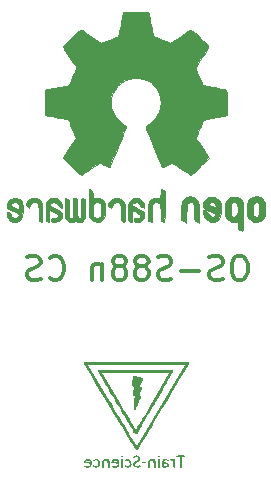
<source format=gbr>
%TF.GenerationSoftware,KiCad,Pcbnew,8.0.2*%
%TF.CreationDate,2024-12-19T10:05:04+01:00*%
%TF.ProjectId,OS-S88n,4f532d53-3838-46e2-9e6b-696361645f70,rev?*%
%TF.SameCoordinates,Original*%
%TF.FileFunction,Legend,Bot*%
%TF.FilePolarity,Positive*%
%FSLAX46Y46*%
G04 Gerber Fmt 4.6, Leading zero omitted, Abs format (unit mm)*
G04 Created by KiCad (PCBNEW 8.0.2) date 2024-12-19 10:05:04*
%MOMM*%
%LPD*%
G01*
G04 APERTURE LIST*
%ADD10C,0.300000*%
%ADD11C,0.000000*%
%ADD12C,0.010000*%
%ADD13R,2.600000X2.600000*%
%ADD14C,2.600000*%
%ADD15C,3.200000*%
%ADD16R,1.500000X1.500000*%
%ADD17C,1.500000*%
G04 APERTURE END LIST*
D10*
X173641143Y-99593638D02*
X173260190Y-99593638D01*
X173260190Y-99593638D02*
X173069714Y-99688876D01*
X173069714Y-99688876D02*
X172879238Y-99879352D01*
X172879238Y-99879352D02*
X172784000Y-100260304D01*
X172784000Y-100260304D02*
X172784000Y-100926971D01*
X172784000Y-100926971D02*
X172879238Y-101307923D01*
X172879238Y-101307923D02*
X173069714Y-101498400D01*
X173069714Y-101498400D02*
X173260190Y-101593638D01*
X173260190Y-101593638D02*
X173641143Y-101593638D01*
X173641143Y-101593638D02*
X173831619Y-101498400D01*
X173831619Y-101498400D02*
X174022095Y-101307923D01*
X174022095Y-101307923D02*
X174117333Y-100926971D01*
X174117333Y-100926971D02*
X174117333Y-100260304D01*
X174117333Y-100260304D02*
X174022095Y-99879352D01*
X174022095Y-99879352D02*
X173831619Y-99688876D01*
X173831619Y-99688876D02*
X173641143Y-99593638D01*
X172022095Y-101498400D02*
X171736381Y-101593638D01*
X171736381Y-101593638D02*
X171260190Y-101593638D01*
X171260190Y-101593638D02*
X171069714Y-101498400D01*
X171069714Y-101498400D02*
X170974476Y-101403161D01*
X170974476Y-101403161D02*
X170879238Y-101212685D01*
X170879238Y-101212685D02*
X170879238Y-101022209D01*
X170879238Y-101022209D02*
X170974476Y-100831733D01*
X170974476Y-100831733D02*
X171069714Y-100736495D01*
X171069714Y-100736495D02*
X171260190Y-100641257D01*
X171260190Y-100641257D02*
X171641143Y-100546019D01*
X171641143Y-100546019D02*
X171831619Y-100450780D01*
X171831619Y-100450780D02*
X171926857Y-100355542D01*
X171926857Y-100355542D02*
X172022095Y-100165066D01*
X172022095Y-100165066D02*
X172022095Y-99974590D01*
X172022095Y-99974590D02*
X171926857Y-99784114D01*
X171926857Y-99784114D02*
X171831619Y-99688876D01*
X171831619Y-99688876D02*
X171641143Y-99593638D01*
X171641143Y-99593638D02*
X171164952Y-99593638D01*
X171164952Y-99593638D02*
X170879238Y-99688876D01*
X170022095Y-100831733D02*
X168498286Y-100831733D01*
X167641143Y-101498400D02*
X167355429Y-101593638D01*
X167355429Y-101593638D02*
X166879238Y-101593638D01*
X166879238Y-101593638D02*
X166688762Y-101498400D01*
X166688762Y-101498400D02*
X166593524Y-101403161D01*
X166593524Y-101403161D02*
X166498286Y-101212685D01*
X166498286Y-101212685D02*
X166498286Y-101022209D01*
X166498286Y-101022209D02*
X166593524Y-100831733D01*
X166593524Y-100831733D02*
X166688762Y-100736495D01*
X166688762Y-100736495D02*
X166879238Y-100641257D01*
X166879238Y-100641257D02*
X167260191Y-100546019D01*
X167260191Y-100546019D02*
X167450667Y-100450780D01*
X167450667Y-100450780D02*
X167545905Y-100355542D01*
X167545905Y-100355542D02*
X167641143Y-100165066D01*
X167641143Y-100165066D02*
X167641143Y-99974590D01*
X167641143Y-99974590D02*
X167545905Y-99784114D01*
X167545905Y-99784114D02*
X167450667Y-99688876D01*
X167450667Y-99688876D02*
X167260191Y-99593638D01*
X167260191Y-99593638D02*
X166784000Y-99593638D01*
X166784000Y-99593638D02*
X166498286Y-99688876D01*
X165355429Y-100450780D02*
X165545905Y-100355542D01*
X165545905Y-100355542D02*
X165641143Y-100260304D01*
X165641143Y-100260304D02*
X165736381Y-100069828D01*
X165736381Y-100069828D02*
X165736381Y-99974590D01*
X165736381Y-99974590D02*
X165641143Y-99784114D01*
X165641143Y-99784114D02*
X165545905Y-99688876D01*
X165545905Y-99688876D02*
X165355429Y-99593638D01*
X165355429Y-99593638D02*
X164974476Y-99593638D01*
X164974476Y-99593638D02*
X164784000Y-99688876D01*
X164784000Y-99688876D02*
X164688762Y-99784114D01*
X164688762Y-99784114D02*
X164593524Y-99974590D01*
X164593524Y-99974590D02*
X164593524Y-100069828D01*
X164593524Y-100069828D02*
X164688762Y-100260304D01*
X164688762Y-100260304D02*
X164784000Y-100355542D01*
X164784000Y-100355542D02*
X164974476Y-100450780D01*
X164974476Y-100450780D02*
X165355429Y-100450780D01*
X165355429Y-100450780D02*
X165545905Y-100546019D01*
X165545905Y-100546019D02*
X165641143Y-100641257D01*
X165641143Y-100641257D02*
X165736381Y-100831733D01*
X165736381Y-100831733D02*
X165736381Y-101212685D01*
X165736381Y-101212685D02*
X165641143Y-101403161D01*
X165641143Y-101403161D02*
X165545905Y-101498400D01*
X165545905Y-101498400D02*
X165355429Y-101593638D01*
X165355429Y-101593638D02*
X164974476Y-101593638D01*
X164974476Y-101593638D02*
X164784000Y-101498400D01*
X164784000Y-101498400D02*
X164688762Y-101403161D01*
X164688762Y-101403161D02*
X164593524Y-101212685D01*
X164593524Y-101212685D02*
X164593524Y-100831733D01*
X164593524Y-100831733D02*
X164688762Y-100641257D01*
X164688762Y-100641257D02*
X164784000Y-100546019D01*
X164784000Y-100546019D02*
X164974476Y-100450780D01*
X163450667Y-100450780D02*
X163641143Y-100355542D01*
X163641143Y-100355542D02*
X163736381Y-100260304D01*
X163736381Y-100260304D02*
X163831619Y-100069828D01*
X163831619Y-100069828D02*
X163831619Y-99974590D01*
X163831619Y-99974590D02*
X163736381Y-99784114D01*
X163736381Y-99784114D02*
X163641143Y-99688876D01*
X163641143Y-99688876D02*
X163450667Y-99593638D01*
X163450667Y-99593638D02*
X163069714Y-99593638D01*
X163069714Y-99593638D02*
X162879238Y-99688876D01*
X162879238Y-99688876D02*
X162784000Y-99784114D01*
X162784000Y-99784114D02*
X162688762Y-99974590D01*
X162688762Y-99974590D02*
X162688762Y-100069828D01*
X162688762Y-100069828D02*
X162784000Y-100260304D01*
X162784000Y-100260304D02*
X162879238Y-100355542D01*
X162879238Y-100355542D02*
X163069714Y-100450780D01*
X163069714Y-100450780D02*
X163450667Y-100450780D01*
X163450667Y-100450780D02*
X163641143Y-100546019D01*
X163641143Y-100546019D02*
X163736381Y-100641257D01*
X163736381Y-100641257D02*
X163831619Y-100831733D01*
X163831619Y-100831733D02*
X163831619Y-101212685D01*
X163831619Y-101212685D02*
X163736381Y-101403161D01*
X163736381Y-101403161D02*
X163641143Y-101498400D01*
X163641143Y-101498400D02*
X163450667Y-101593638D01*
X163450667Y-101593638D02*
X163069714Y-101593638D01*
X163069714Y-101593638D02*
X162879238Y-101498400D01*
X162879238Y-101498400D02*
X162784000Y-101403161D01*
X162784000Y-101403161D02*
X162688762Y-101212685D01*
X162688762Y-101212685D02*
X162688762Y-100831733D01*
X162688762Y-100831733D02*
X162784000Y-100641257D01*
X162784000Y-100641257D02*
X162879238Y-100546019D01*
X162879238Y-100546019D02*
X163069714Y-100450780D01*
X161831619Y-100260304D02*
X161831619Y-101593638D01*
X161831619Y-100450780D02*
X161736381Y-100355542D01*
X161736381Y-100355542D02*
X161545905Y-100260304D01*
X161545905Y-100260304D02*
X161260190Y-100260304D01*
X161260190Y-100260304D02*
X161069714Y-100355542D01*
X161069714Y-100355542D02*
X160974476Y-100546019D01*
X160974476Y-100546019D02*
X160974476Y-101593638D01*
X157355428Y-101403161D02*
X157450666Y-101498400D01*
X157450666Y-101498400D02*
X157736380Y-101593638D01*
X157736380Y-101593638D02*
X157926856Y-101593638D01*
X157926856Y-101593638D02*
X158212571Y-101498400D01*
X158212571Y-101498400D02*
X158403047Y-101307923D01*
X158403047Y-101307923D02*
X158498285Y-101117447D01*
X158498285Y-101117447D02*
X158593523Y-100736495D01*
X158593523Y-100736495D02*
X158593523Y-100450780D01*
X158593523Y-100450780D02*
X158498285Y-100069828D01*
X158498285Y-100069828D02*
X158403047Y-99879352D01*
X158403047Y-99879352D02*
X158212571Y-99688876D01*
X158212571Y-99688876D02*
X157926856Y-99593638D01*
X157926856Y-99593638D02*
X157736380Y-99593638D01*
X157736380Y-99593638D02*
X157450666Y-99688876D01*
X157450666Y-99688876D02*
X157355428Y-99784114D01*
X156593523Y-101498400D02*
X156307809Y-101593638D01*
X156307809Y-101593638D02*
X155831618Y-101593638D01*
X155831618Y-101593638D02*
X155641142Y-101498400D01*
X155641142Y-101498400D02*
X155545904Y-101403161D01*
X155545904Y-101403161D02*
X155450666Y-101212685D01*
X155450666Y-101212685D02*
X155450666Y-101022209D01*
X155450666Y-101022209D02*
X155545904Y-100831733D01*
X155545904Y-100831733D02*
X155641142Y-100736495D01*
X155641142Y-100736495D02*
X155831618Y-100641257D01*
X155831618Y-100641257D02*
X156212571Y-100546019D01*
X156212571Y-100546019D02*
X156403047Y-100450780D01*
X156403047Y-100450780D02*
X156498285Y-100355542D01*
X156498285Y-100355542D02*
X156593523Y-100165066D01*
X156593523Y-100165066D02*
X156593523Y-99974590D01*
X156593523Y-99974590D02*
X156498285Y-99784114D01*
X156498285Y-99784114D02*
X156403047Y-99688876D01*
X156403047Y-99688876D02*
X156212571Y-99593638D01*
X156212571Y-99593638D02*
X155736380Y-99593638D01*
X155736380Y-99593638D02*
X155450666Y-99688876D01*
D11*
%TO.C,G\u002A\u002A\u002A*%
G36*
X163587227Y-117496145D02*
G01*
X163426263Y-117496145D01*
X163426263Y-116755714D01*
X163587227Y-116755714D01*
X163587227Y-117496145D01*
G37*
G36*
X166677721Y-117496145D02*
G01*
X166516758Y-117496145D01*
X166516758Y-116755714D01*
X166677721Y-116755714D01*
X166677721Y-117496145D01*
G37*
G36*
X163550146Y-116496306D02*
G01*
X163581417Y-116554510D01*
X163583298Y-116571731D01*
X163570130Y-116615904D01*
X163510884Y-116626944D01*
X163456586Y-116621245D01*
X163408047Y-116585193D01*
X163414160Y-116515473D01*
X163438141Y-116483510D01*
X163493901Y-116470659D01*
X163550146Y-116496306D01*
G37*
G36*
X166640641Y-116496306D02*
G01*
X166671912Y-116554510D01*
X166673792Y-116571731D01*
X166660624Y-116615904D01*
X166601378Y-116626944D01*
X166547081Y-116621245D01*
X166498541Y-116585193D01*
X166504654Y-116515473D01*
X166528635Y-116483510D01*
X166584395Y-116470659D01*
X166640641Y-116496306D01*
G37*
G36*
X165452281Y-117024790D02*
G01*
X165522987Y-117051864D01*
X165550978Y-117094351D01*
X165549467Y-117104910D01*
X165523963Y-117127298D01*
X165457852Y-117138786D01*
X165339365Y-117142026D01*
X165239935Y-117140617D01*
X165170037Y-117133205D01*
X165140535Y-117116111D01*
X165138429Y-117085689D01*
X165140297Y-117078959D01*
X165182867Y-117040211D01*
X165262321Y-117018545D01*
X165358759Y-117013544D01*
X165452281Y-117024790D01*
G37*
G36*
X167997619Y-117496145D02*
G01*
X167917138Y-117496145D01*
X167891738Y-117495494D01*
X167860547Y-117485484D01*
X167844122Y-117452385D01*
X167837735Y-117382433D01*
X167836656Y-117261864D01*
X167836404Y-117229045D01*
X167823684Y-117068330D01*
X167789279Y-116961763D01*
X167729754Y-116902697D01*
X167641675Y-116884485D01*
X167619867Y-116883958D01*
X167562457Y-116867578D01*
X167546922Y-116820100D01*
X167553963Y-116792204D01*
X167602551Y-116759019D01*
X167682060Y-116757141D01*
X167774387Y-116789040D01*
X167816950Y-116805922D01*
X167836656Y-116789040D01*
X167856644Y-116767119D01*
X167917138Y-116755714D01*
X167997619Y-116755714D01*
X167997619Y-117496145D01*
G37*
G36*
X168562834Y-116466106D02*
G01*
X168701512Y-116467837D01*
X168790485Y-116472808D01*
X168839919Y-116482534D01*
X168859983Y-116498533D01*
X168860844Y-116522318D01*
X168848507Y-116549050D01*
X168798110Y-116575353D01*
X168697520Y-116588467D01*
X168544894Y-116598279D01*
X168544894Y-117496145D01*
X168383931Y-117496145D01*
X168383931Y-116594751D01*
X168239064Y-116594751D01*
X168228657Y-116594727D01*
X168143035Y-116589628D01*
X168103676Y-116570602D01*
X168094197Y-116530366D01*
X168095660Y-116510969D01*
X168108166Y-116490074D01*
X168142502Y-116476890D01*
X168209306Y-116469654D01*
X168319216Y-116466605D01*
X168482870Y-116465981D01*
X168562834Y-116466106D01*
G37*
G36*
X161417027Y-116770472D02*
G01*
X161520658Y-116830987D01*
X161586345Y-116941053D01*
X161616797Y-117103678D01*
X161622307Y-117212160D01*
X161614824Y-117284648D01*
X161587314Y-117338902D01*
X161533149Y-117398268D01*
X161499060Y-117430114D01*
X161412654Y-117482089D01*
X161307591Y-117496145D01*
X161206319Y-117482926D01*
X161114915Y-117442709D01*
X161059961Y-117385053D01*
X161055406Y-117319718D01*
X161067037Y-117292877D01*
X161090468Y-117280074D01*
X161135743Y-117314704D01*
X161136727Y-117315587D01*
X161226423Y-117359717D01*
X161327945Y-117360191D01*
X161411923Y-117316786D01*
X161422489Y-117303988D01*
X161453510Y-117220977D01*
X161462089Y-117112823D01*
X161448227Y-117008023D01*
X161411923Y-116935074D01*
X161411046Y-116934205D01*
X161326641Y-116891387D01*
X161225083Y-116892445D01*
X161135743Y-116937156D01*
X161107385Y-116961502D01*
X161076689Y-116970926D01*
X161055406Y-116932142D01*
X161056793Y-116874493D01*
X161106479Y-116815313D01*
X161193438Y-116772316D01*
X161303320Y-116755714D01*
X161417027Y-116770472D01*
G37*
G36*
X164089017Y-116770472D02*
G01*
X164192648Y-116830987D01*
X164258335Y-116941053D01*
X164288786Y-117103678D01*
X164294297Y-117212160D01*
X164286814Y-117284648D01*
X164259304Y-117338902D01*
X164205138Y-117398268D01*
X164171050Y-117430114D01*
X164084644Y-117482089D01*
X163979581Y-117496145D01*
X163878309Y-117482926D01*
X163786905Y-117442709D01*
X163731951Y-117385053D01*
X163727396Y-117319718D01*
X163739026Y-117292877D01*
X163762458Y-117280074D01*
X163807733Y-117314704D01*
X163808716Y-117315587D01*
X163898413Y-117359717D01*
X163999935Y-117360191D01*
X164083913Y-117316786D01*
X164087392Y-117313061D01*
X164121652Y-117237758D01*
X164134502Y-117125930D01*
X164134413Y-117116194D01*
X164119610Y-117006399D01*
X164083913Y-116935074D01*
X164083036Y-116934205D01*
X163998630Y-116891387D01*
X163897073Y-116892445D01*
X163807733Y-116937156D01*
X163779375Y-116961502D01*
X163748679Y-116970926D01*
X163727396Y-116932142D01*
X163728783Y-116874493D01*
X163778469Y-116815313D01*
X163865428Y-116772316D01*
X163975310Y-116755714D01*
X164089017Y-116770472D01*
G37*
G36*
X164805129Y-116477496D02*
G01*
X164924634Y-116527224D01*
X165003209Y-116606660D01*
X165035287Y-116705302D01*
X165015299Y-116812652D01*
X164937679Y-116918209D01*
X164919496Y-116934513D01*
X164837676Y-116995811D01*
X164768667Y-117031511D01*
X164738735Y-117042216D01*
X164646766Y-117101909D01*
X164594243Y-117180540D01*
X164587731Y-117263315D01*
X164633796Y-117335438D01*
X164643755Y-117342209D01*
X164724593Y-117359947D01*
X164846648Y-117351304D01*
X164995655Y-117317009D01*
X165043692Y-117313013D01*
X165068896Y-117340455D01*
X165053214Y-117389997D01*
X164996540Y-117446031D01*
X164923946Y-117477542D01*
X164800579Y-117494138D01*
X164668027Y-117484480D01*
X164554089Y-117448416D01*
X164485502Y-117393480D01*
X164425759Y-117291509D01*
X164407094Y-117189080D01*
X164432870Y-117089138D01*
X164513476Y-117000250D01*
X164653612Y-116914644D01*
X164731128Y-116871388D01*
X164830550Y-116791190D01*
X164867624Y-116714128D01*
X164841458Y-116641495D01*
X164838909Y-116638648D01*
X164780450Y-116608763D01*
X164696947Y-116595833D01*
X164616973Y-116601384D01*
X164569102Y-116626944D01*
X164528250Y-116657734D01*
X164479402Y-116646859D01*
X164456428Y-116595884D01*
X164456430Y-116595280D01*
X164486108Y-116526185D01*
X164569134Y-116481716D01*
X164697873Y-116465981D01*
X164805129Y-116477496D01*
G37*
G36*
X167481384Y-117275482D02*
G01*
X167467581Y-117371602D01*
X167412636Y-117444877D01*
X167364921Y-117467562D01*
X167260639Y-117485766D01*
X167103904Y-117488966D01*
X166865072Y-117484094D01*
X166874533Y-117227954D01*
X167031840Y-117227954D01*
X167037247Y-117264978D01*
X167070471Y-117328744D01*
X167112491Y-117353979D01*
X167191171Y-117366653D01*
X167266795Y-117353832D01*
X167310762Y-117316922D01*
X167312955Y-117259379D01*
X167261197Y-117214614D01*
X167149784Y-117184934D01*
X167078983Y-117176815D01*
X167040697Y-117188218D01*
X167031840Y-117227954D01*
X166874533Y-117227954D01*
X166876023Y-117187606D01*
X166879334Y-117114826D01*
X166894773Y-116960083D01*
X166924881Y-116856349D01*
X166976109Y-116794075D01*
X167054904Y-116763713D01*
X167167716Y-116755714D01*
X167202607Y-116756309D01*
X167335217Y-116773202D01*
X167420307Y-116811154D01*
X167450344Y-116867195D01*
X167450159Y-116871223D01*
X167432330Y-116894129D01*
X167376515Y-116900918D01*
X167270122Y-116893425D01*
X167171831Y-116886634D01*
X167098034Y-116893909D01*
X167061363Y-116919896D01*
X167038755Y-116966608D01*
X167040314Y-117023777D01*
X167088177Y-117045628D01*
X167150432Y-117051668D01*
X167260637Y-117078662D01*
X167364499Y-117118553D01*
X167433162Y-117161635D01*
X167451994Y-117184832D01*
X167476163Y-117259379D01*
X167481384Y-117275482D01*
G37*
G36*
X160934646Y-117025945D02*
G01*
X160938627Y-117197835D01*
X160934574Y-117228531D01*
X160901257Y-117341724D01*
X160836127Y-117422650D01*
X160823177Y-117432765D01*
X160734644Y-117473299D01*
X160624410Y-117493099D01*
X160509329Y-117493283D01*
X160406260Y-117474969D01*
X160332057Y-117439276D01*
X160303576Y-117387321D01*
X160304179Y-117380012D01*
X160324209Y-117358245D01*
X160382060Y-117351651D01*
X160490524Y-117358240D01*
X160566093Y-117362017D01*
X160690161Y-117345113D01*
X160762799Y-117292905D01*
X160786466Y-117204112D01*
X160785694Y-117189827D01*
X160772967Y-117164258D01*
X160734515Y-117149837D01*
X160657461Y-117143462D01*
X160528925Y-117142026D01*
X160271384Y-117142026D01*
X160271384Y-117042972D01*
X160282680Y-116987502D01*
X160432347Y-116987502D01*
X160448118Y-116998097D01*
X160512430Y-117009021D01*
X160609406Y-117013256D01*
X160682247Y-117010962D01*
X160757351Y-117001607D01*
X160786466Y-116987502D01*
X160768982Y-116944018D01*
X160704075Y-116901251D01*
X160609406Y-116884485D01*
X160534669Y-116894657D01*
X160461163Y-116932422D01*
X160432347Y-116987502D01*
X160282680Y-116987502D01*
X160289011Y-116956416D01*
X160356173Y-116855614D01*
X160457627Y-116783364D01*
X160576336Y-116755714D01*
X160641235Y-116759427D01*
X160782997Y-116803137D01*
X160881785Y-116893178D01*
X160919340Y-116987502D01*
X160934646Y-117025945D01*
G37*
G36*
X162380216Y-116756933D02*
G01*
X162403666Y-116767732D01*
X162417895Y-116799069D01*
X162425206Y-116861907D01*
X162427904Y-116967207D01*
X162428291Y-117125930D01*
X162428291Y-117496145D01*
X162347810Y-117496145D01*
X162314483Y-117494669D01*
X162287629Y-117481546D01*
X162273585Y-117443587D01*
X162268201Y-117367609D01*
X162267328Y-117240430D01*
X162267232Y-117201249D01*
X162264043Y-117084207D01*
X162253565Y-117011406D01*
X162232056Y-116966865D01*
X162195780Y-116934599D01*
X162178422Y-116923344D01*
X162088894Y-116889344D01*
X162010998Y-116893389D01*
X161964942Y-116935407D01*
X161962985Y-116941785D01*
X161954054Y-117007311D01*
X161947774Y-117113684D01*
X161945401Y-117241237D01*
X161944947Y-117345952D01*
X161940842Y-117431467D01*
X161928914Y-117476202D01*
X161904997Y-117493360D01*
X161864920Y-117496145D01*
X161859750Y-117496139D01*
X161823250Y-117492932D01*
X161800989Y-117475273D01*
X161789447Y-117430679D01*
X161785104Y-117346667D01*
X161784438Y-117210753D01*
X161790348Y-117046513D01*
X161814409Y-116908095D01*
X161860913Y-116818464D01*
X161934017Y-116770158D01*
X162037877Y-116755714D01*
X162052321Y-116755995D01*
X162141479Y-116769164D01*
X162200528Y-116795955D01*
X162236442Y-116820052D01*
X162257938Y-116795955D01*
X162285023Y-116770452D01*
X162350492Y-116755714D01*
X162380216Y-116756933D01*
G37*
G36*
X163252517Y-117025945D02*
G01*
X163256497Y-117197835D01*
X163252445Y-117228531D01*
X163219128Y-117341724D01*
X163153998Y-117422650D01*
X163141048Y-117432765D01*
X163052515Y-117473299D01*
X162942280Y-117493099D01*
X162827200Y-117493283D01*
X162724130Y-117474969D01*
X162649927Y-117439276D01*
X162621447Y-117387321D01*
X162622049Y-117380012D01*
X162642080Y-117358245D01*
X162699931Y-117351651D01*
X162808395Y-117358240D01*
X162883964Y-117362017D01*
X163008032Y-117345113D01*
X163080670Y-117292905D01*
X163104337Y-117204112D01*
X163103564Y-117189827D01*
X163090838Y-117164258D01*
X163052386Y-117149837D01*
X162975331Y-117143462D01*
X162846796Y-117142026D01*
X162589254Y-117142026D01*
X162589254Y-117042972D01*
X162600551Y-116987502D01*
X162750218Y-116987502D01*
X162765989Y-116998097D01*
X162830301Y-117009021D01*
X162927277Y-117013256D01*
X163000118Y-117010962D01*
X163075221Y-117001607D01*
X163104337Y-116987502D01*
X163086853Y-116944018D01*
X163021945Y-116901251D01*
X162927277Y-116884485D01*
X162852540Y-116894657D01*
X162779034Y-116932422D01*
X162750218Y-116987502D01*
X162600551Y-116987502D01*
X162606882Y-116956416D01*
X162674044Y-116855614D01*
X162775498Y-116783364D01*
X162894207Y-116755714D01*
X162959106Y-116759427D01*
X163100868Y-116803137D01*
X163199656Y-116893178D01*
X163237211Y-116987502D01*
X163252517Y-117025945D01*
G37*
G36*
X166275527Y-116756933D02*
G01*
X166298976Y-116767732D01*
X166313205Y-116799069D01*
X166320517Y-116861907D01*
X166323214Y-116967207D01*
X166323602Y-117125930D01*
X166323602Y-117496145D01*
X166243120Y-117496145D01*
X166209793Y-117494669D01*
X166182939Y-117481546D01*
X166168895Y-117443587D01*
X166163511Y-117367609D01*
X166162638Y-117240430D01*
X166162542Y-117201249D01*
X166159354Y-117084207D01*
X166148875Y-117011406D01*
X166127367Y-116966865D01*
X166091090Y-116934599D01*
X166073733Y-116923344D01*
X165984204Y-116889344D01*
X165906309Y-116893389D01*
X165860253Y-116935407D01*
X165858296Y-116941785D01*
X165849365Y-117007311D01*
X165843085Y-117113684D01*
X165840712Y-117241237D01*
X165840258Y-117345952D01*
X165836152Y-117431467D01*
X165824225Y-117476202D01*
X165800307Y-117493360D01*
X165760230Y-117496145D01*
X165755060Y-117496139D01*
X165718560Y-117492932D01*
X165696300Y-117475273D01*
X165684758Y-117430679D01*
X165680414Y-117346667D01*
X165679749Y-117210753D01*
X165685659Y-117046513D01*
X165709719Y-116908095D01*
X165756223Y-116818464D01*
X165829327Y-116770158D01*
X165933188Y-116755714D01*
X165947632Y-116755995D01*
X166036789Y-116769164D01*
X166095839Y-116795955D01*
X166131752Y-116820052D01*
X166153249Y-116795955D01*
X166180334Y-116770452D01*
X166245803Y-116755714D01*
X166275527Y-116756933D01*
G37*
G36*
X164515168Y-109728000D02*
G01*
X164622351Y-109750806D01*
X164722934Y-109774565D01*
X164840082Y-109800435D01*
X164923221Y-109816738D01*
X165044820Y-109838695D01*
X165182914Y-109871168D01*
X165270167Y-109904090D01*
X165301354Y-109924351D01*
X165309180Y-109957838D01*
X165280070Y-110021003D01*
X165250005Y-110080072D01*
X165203888Y-110176058D01*
X165150472Y-110290447D01*
X165096752Y-110407932D01*
X165049721Y-110513205D01*
X165016373Y-110590959D01*
X165003703Y-110625884D01*
X165012964Y-110633019D01*
X165061935Y-110639111D01*
X165101760Y-110645437D01*
X165174749Y-110679352D01*
X165190578Y-110691717D01*
X165211126Y-110721746D01*
X165203501Y-110767021D01*
X165166716Y-110848363D01*
X165126977Y-110932626D01*
X165078362Y-111039292D01*
X165028185Y-111151830D01*
X164983550Y-111254142D01*
X164951560Y-111330130D01*
X164939318Y-111363697D01*
X164951671Y-111371828D01*
X165003541Y-111388827D01*
X165020296Y-111393906D01*
X165069175Y-111427389D01*
X165082446Y-111487077D01*
X165060067Y-111582090D01*
X165001996Y-111721543D01*
X164943308Y-111849320D01*
X164885543Y-111975887D01*
X164842199Y-112071684D01*
X164801403Y-112162331D01*
X164744473Y-112288362D01*
X164685865Y-112417755D01*
X164637531Y-112517262D01*
X164580972Y-112607171D01*
X164539541Y-112634535D01*
X164513185Y-112599333D01*
X164501852Y-112501543D01*
X164505490Y-112341141D01*
X164509470Y-112271348D01*
X164517764Y-112122445D01*
X164527223Y-111949616D01*
X164536480Y-111777716D01*
X164555589Y-111419363D01*
X164471201Y-111398183D01*
X164466256Y-111396906D01*
X164426088Y-111379942D01*
X164404787Y-111347736D01*
X164401503Y-111288472D01*
X164415388Y-111190338D01*
X164445594Y-111041519D01*
X164450411Y-111018899D01*
X164480542Y-110867229D01*
X164494417Y-110764109D01*
X164491738Y-110697216D01*
X164472210Y-110654231D01*
X164435537Y-110622833D01*
X164432695Y-110620966D01*
X164402760Y-110598210D01*
X164382791Y-110569011D01*
X164371164Y-110521786D01*
X164366254Y-110444952D01*
X164366437Y-110326925D01*
X164370090Y-110156123D01*
X164370769Y-110129490D01*
X164376261Y-109975001D01*
X164383377Y-109846774D01*
X164391272Y-109757514D01*
X164399102Y-109719927D01*
X164434497Y-109717055D01*
X164515168Y-109728000D01*
G37*
G36*
X167731303Y-109501129D02*
G01*
X167652371Y-109650018D01*
X167547104Y-109842520D01*
X167414565Y-110080311D01*
X167253818Y-110365068D01*
X167063927Y-110698469D01*
X166843955Y-111082190D01*
X166592966Y-111517907D01*
X166310023Y-112007299D01*
X166261516Y-112091065D01*
X166044827Y-112465088D01*
X165837439Y-112822776D01*
X165641644Y-113160189D01*
X165459737Y-113473386D01*
X165294010Y-113758427D01*
X165146757Y-114011373D01*
X165020272Y-114228284D01*
X164916846Y-114405219D01*
X164838775Y-114538239D01*
X164788351Y-114623403D01*
X164767867Y-114656772D01*
X164728412Y-114681278D01*
X164654553Y-114688964D01*
X164645270Y-114686216D01*
X164625247Y-114672263D01*
X164598213Y-114643888D01*
X164562222Y-114597918D01*
X164515323Y-114531178D01*
X164455570Y-114440497D01*
X164381012Y-114322700D01*
X164289703Y-114174615D01*
X164179693Y-113993069D01*
X164049034Y-113774887D01*
X163895777Y-113516898D01*
X163717974Y-113215927D01*
X163513677Y-112868802D01*
X163280937Y-112472349D01*
X163017806Y-112023395D01*
X162768881Y-111597915D01*
X162508397Y-111151266D01*
X162279373Y-110756817D01*
X162080897Y-110412956D01*
X161912058Y-110118073D01*
X161771943Y-109870555D01*
X161659643Y-109668790D01*
X161574245Y-109511165D01*
X161549940Y-109464079D01*
X161820337Y-109464079D01*
X163228238Y-111869122D01*
X163397787Y-112158658D01*
X163601952Y-112507037D01*
X163795032Y-112836210D01*
X163974649Y-113142135D01*
X164138423Y-113420771D01*
X164283975Y-113668075D01*
X164408926Y-113880006D01*
X164510897Y-114052522D01*
X164587508Y-114181582D01*
X164636381Y-114263142D01*
X164655135Y-114293163D01*
X164668693Y-114276271D01*
X164712473Y-114208094D01*
X164784080Y-114091426D01*
X164881170Y-113930232D01*
X165001398Y-113728475D01*
X165142420Y-113490119D01*
X165301892Y-113219130D01*
X165477469Y-112919471D01*
X165666806Y-112595107D01*
X165867560Y-112250001D01*
X166077387Y-111888120D01*
X167480641Y-109464079D01*
X166065113Y-109455696D01*
X165772918Y-109454267D01*
X165362576Y-109453007D01*
X164921921Y-109452347D01*
X164469893Y-109452286D01*
X164025431Y-109452824D01*
X163607474Y-109453961D01*
X163234961Y-109455696D01*
X161820337Y-109464079D01*
X161549940Y-109464079D01*
X161514836Y-109396070D01*
X161480507Y-109321893D01*
X161470345Y-109287020D01*
X161478608Y-109206538D01*
X167820560Y-109206538D01*
X167820224Y-109303116D01*
X167813909Y-109327482D01*
X167784837Y-109394176D01*
X167749848Y-109464079D01*
X167731303Y-109501129D01*
G37*
G36*
X169058903Y-108895579D02*
G01*
X168989975Y-109019548D01*
X168903128Y-109172135D01*
X168796823Y-109355988D01*
X168669524Y-109573757D01*
X168519691Y-109828091D01*
X168345788Y-110121638D01*
X168146276Y-110457048D01*
X167919619Y-110836969D01*
X167664277Y-111264051D01*
X167378714Y-111740941D01*
X167061392Y-112270289D01*
X166997833Y-112376269D01*
X166734236Y-112815749D01*
X166479765Y-113239933D01*
X166236418Y-113645492D01*
X166006195Y-114029100D01*
X165791093Y-114387429D01*
X165593111Y-114717153D01*
X165414246Y-115014945D01*
X165256498Y-115277476D01*
X165121864Y-115501421D01*
X165012342Y-115683453D01*
X164929932Y-115820243D01*
X164876631Y-115908466D01*
X164854438Y-115944794D01*
X164805821Y-115995139D01*
X164722632Y-116009179D01*
X164716892Y-116007775D01*
X164699854Y-115997433D01*
X164676634Y-115975052D01*
X164645546Y-115937936D01*
X164604901Y-115883389D01*
X164553011Y-115808716D01*
X164488190Y-115711219D01*
X164408748Y-115588204D01*
X164312998Y-115436974D01*
X164199252Y-115254833D01*
X164065823Y-115039086D01*
X163911023Y-114787036D01*
X163733163Y-114495989D01*
X163530556Y-114163247D01*
X163301515Y-113786115D01*
X163044350Y-113361896D01*
X162757376Y-112887896D01*
X162438903Y-112361418D01*
X162396516Y-112291318D01*
X162055253Y-111726413D01*
X161746685Y-111214610D01*
X161469892Y-110754349D01*
X161223953Y-110344070D01*
X161007950Y-109982210D01*
X160820961Y-109667210D01*
X160662067Y-109397509D01*
X160530348Y-109171545D01*
X160424883Y-108987758D01*
X160344753Y-108844588D01*
X160331717Y-108820227D01*
X160600851Y-108820227D01*
X162391821Y-111782605D01*
X162600868Y-112128381D01*
X162844740Y-112531749D01*
X163081411Y-112923201D01*
X163308271Y-113298417D01*
X163522709Y-113653080D01*
X163722114Y-113982871D01*
X163903874Y-114283472D01*
X164065379Y-114550565D01*
X164204018Y-114779832D01*
X164317179Y-114966955D01*
X164402253Y-115107614D01*
X164456627Y-115197494D01*
X164730464Y-115650003D01*
X168828208Y-108820227D01*
X166771089Y-108811942D01*
X166690546Y-108811630D01*
X166236094Y-108810243D01*
X165736012Y-108809263D01*
X165206017Y-108808691D01*
X164661825Y-108808526D01*
X164119152Y-108808769D01*
X163593714Y-108809419D01*
X163101228Y-108810477D01*
X162657410Y-108811942D01*
X160600851Y-108820227D01*
X160331717Y-108820227D01*
X160289038Y-108740473D01*
X160256818Y-108673853D01*
X160247172Y-108643167D01*
X160255287Y-108562685D01*
X164704728Y-108554524D01*
X165301302Y-108553444D01*
X165866910Y-108552482D01*
X166374355Y-108551731D01*
X166826820Y-108551229D01*
X167227489Y-108551015D01*
X167579546Y-108551127D01*
X167886176Y-108551602D01*
X168150564Y-108552479D01*
X168375892Y-108553797D01*
X168565346Y-108555593D01*
X168722109Y-108557906D01*
X168849366Y-108560773D01*
X168950301Y-108564233D01*
X169028098Y-108568324D01*
X169085941Y-108573085D01*
X169127014Y-108578553D01*
X169154502Y-108584766D01*
X169171589Y-108591764D01*
X169181459Y-108599583D01*
X169187296Y-108608262D01*
X169188568Y-108612294D01*
X169186172Y-108632906D01*
X169173545Y-108668892D01*
X169149150Y-108722900D01*
X169111448Y-108797580D01*
X169099305Y-108820227D01*
X169058903Y-108895579D01*
G37*
D12*
%TO.C,REF\u002A\u002A*%
X156218209Y-94679032D02*
X156419101Y-94753655D01*
X156502647Y-94809724D01*
X156587253Y-94890060D01*
X156647603Y-94992253D01*
X156687654Y-95131374D01*
X156711363Y-95322495D01*
X156722687Y-95580688D01*
X156725582Y-95921024D01*
X156725015Y-96096902D01*
X156722168Y-96337235D01*
X156717334Y-96529034D01*
X156710973Y-96656037D01*
X156703542Y-96701985D01*
X156655182Y-96686787D01*
X156557565Y-96645515D01*
X156554635Y-96644179D01*
X156503945Y-96617643D01*
X156469853Y-96581230D01*
X156449067Y-96517454D01*
X156438295Y-96408825D01*
X156434246Y-96237855D01*
X156433628Y-95987056D01*
X156432382Y-95827956D01*
X156419092Y-95528951D01*
X156388662Y-95309939D01*
X156337876Y-95159432D01*
X156263519Y-95065945D01*
X156162377Y-95017991D01*
X156148345Y-95014648D01*
X155958897Y-95012038D01*
X155811152Y-95096913D01*
X155709108Y-95267076D01*
X155690910Y-95316269D01*
X155649429Y-95425138D01*
X155628423Y-95475167D01*
X155585282Y-95468273D01*
X155491065Y-95430862D01*
X155403191Y-95369078D01*
X155363130Y-95252313D01*
X155375079Y-95168677D01*
X155448495Y-94999030D01*
X155567205Y-94840059D01*
X155706024Y-94730116D01*
X155764184Y-94704697D01*
X155984404Y-94662202D01*
X156218209Y-94679032D01*
G36*
X156218209Y-94679032D02*
G01*
X156419101Y-94753655D01*
X156502647Y-94809724D01*
X156587253Y-94890060D01*
X156647603Y-94992253D01*
X156687654Y-95131374D01*
X156711363Y-95322495D01*
X156722687Y-95580688D01*
X156725582Y-95921024D01*
X156725015Y-96096902D01*
X156722168Y-96337235D01*
X156717334Y-96529034D01*
X156710973Y-96656037D01*
X156703542Y-96701985D01*
X156655182Y-96686787D01*
X156557565Y-96645515D01*
X156554635Y-96644179D01*
X156503945Y-96617643D01*
X156469853Y-96581230D01*
X156449067Y-96517454D01*
X156438295Y-96408825D01*
X156434246Y-96237855D01*
X156433628Y-95987056D01*
X156432382Y-95827956D01*
X156419092Y-95528951D01*
X156388662Y-95309939D01*
X156337876Y-95159432D01*
X156263519Y-95065945D01*
X156162377Y-95017991D01*
X156148345Y-95014648D01*
X155958897Y-95012038D01*
X155811152Y-95096913D01*
X155709108Y-95267076D01*
X155690910Y-95316269D01*
X155649429Y-95425138D01*
X155628423Y-95475167D01*
X155585282Y-95468273D01*
X155491065Y-95430862D01*
X155403191Y-95369078D01*
X155363130Y-95252313D01*
X155375079Y-95168677D01*
X155448495Y-94999030D01*
X155567205Y-94840059D01*
X155706024Y-94730116D01*
X155764184Y-94704697D01*
X155984404Y-94662202D01*
X156218209Y-94679032D01*
G37*
X169454479Y-94567481D02*
X169681747Y-94674283D01*
X169867997Y-94858974D01*
X169906601Y-94916788D01*
X169938621Y-94982316D01*
X169961330Y-95064909D01*
X169976795Y-95180614D01*
X169987082Y-95345483D01*
X169994261Y-95575565D01*
X170000396Y-95886910D01*
X170015632Y-96750571D01*
X169887638Y-96701907D01*
X169770447Y-96657201D01*
X169682707Y-96614177D01*
X169625433Y-96558718D01*
X169592154Y-96473851D01*
X169576397Y-96342602D01*
X169571690Y-96147999D01*
X169571559Y-95873070D01*
X169570893Y-95653931D01*
X169566918Y-95443657D01*
X169557432Y-95300039D01*
X169540267Y-95205787D01*
X169513259Y-95143616D01*
X169474241Y-95096238D01*
X169378321Y-95029378D01*
X169217187Y-95004178D01*
X169057775Y-95067862D01*
X169047254Y-95076016D01*
X169014461Y-95113688D01*
X168990271Y-95174107D01*
X168972657Y-95272186D01*
X168959591Y-95422835D01*
X168949045Y-95640966D01*
X168938992Y-95941492D01*
X168914662Y-96746179D01*
X168707862Y-96653472D01*
X168501061Y-96560766D01*
X168501061Y-95826086D01*
X168501919Y-95626496D01*
X168509299Y-95348844D01*
X168527990Y-95142114D01*
X168562454Y-94989646D01*
X168617155Y-94874776D01*
X168696559Y-94780845D01*
X168805128Y-94691190D01*
X168961284Y-94600865D01*
X169207291Y-94541898D01*
X169454479Y-94567481D01*
G36*
X169454479Y-94567481D02*
G01*
X169681747Y-94674283D01*
X169867997Y-94858974D01*
X169906601Y-94916788D01*
X169938621Y-94982316D01*
X169961330Y-95064909D01*
X169976795Y-95180614D01*
X169987082Y-95345483D01*
X169994261Y-95575565D01*
X170000396Y-95886910D01*
X170015632Y-96750571D01*
X169887638Y-96701907D01*
X169770447Y-96657201D01*
X169682707Y-96614177D01*
X169625433Y-96558718D01*
X169592154Y-96473851D01*
X169576397Y-96342602D01*
X169571690Y-96147999D01*
X169571559Y-95873070D01*
X169570893Y-95653931D01*
X169566918Y-95443657D01*
X169557432Y-95300039D01*
X169540267Y-95205787D01*
X169513259Y-95143616D01*
X169474241Y-95096238D01*
X169378321Y-95029378D01*
X169217187Y-95004178D01*
X169057775Y-95067862D01*
X169047254Y-95076016D01*
X169014461Y-95113688D01*
X168990271Y-95174107D01*
X168972657Y-95272186D01*
X168959591Y-95422835D01*
X168949045Y-95640966D01*
X168938992Y-95941492D01*
X168914662Y-96746179D01*
X168707862Y-96653472D01*
X168501061Y-96560766D01*
X168501061Y-95826086D01*
X168501919Y-95626496D01*
X168509299Y-95348844D01*
X168527990Y-95142114D01*
X168562454Y-94989646D01*
X168617155Y-94874776D01*
X168696559Y-94780845D01*
X168805128Y-94691190D01*
X168961284Y-94600865D01*
X169207291Y-94541898D01*
X169454479Y-94567481D01*
G37*
X163341787Y-94730561D02*
X163357150Y-94739063D01*
X163482634Y-94836467D01*
X163594830Y-94961691D01*
X163614398Y-94989994D01*
X163651805Y-95056042D01*
X163678530Y-95134430D01*
X163696908Y-95242153D01*
X163709274Y-95396205D01*
X163717965Y-95613581D01*
X163725314Y-95911276D01*
X163726356Y-95961604D01*
X163729700Y-96287902D01*
X163724987Y-96519006D01*
X163712146Y-96656505D01*
X163691110Y-96701985D01*
X163627444Y-96688367D01*
X163519290Y-96647105D01*
X163493823Y-96635038D01*
X163454045Y-96607725D01*
X163426615Y-96562822D01*
X163408675Y-96484388D01*
X163397364Y-96356481D01*
X163389822Y-96163158D01*
X163383188Y-95888479D01*
X163381369Y-95808186D01*
X163374345Y-95554600D01*
X163365227Y-95377128D01*
X163351256Y-95258942D01*
X163329677Y-95183216D01*
X163297731Y-95133120D01*
X163252663Y-95091827D01*
X163119227Y-95019435D01*
X162955076Y-95005497D01*
X162808198Y-95060891D01*
X162702523Y-95175581D01*
X162661980Y-95339533D01*
X162660852Y-95384098D01*
X162638706Y-95464776D01*
X162573326Y-95477084D01*
X162445304Y-95429040D01*
X162415653Y-95413631D01*
X162335515Y-95323010D01*
X162333929Y-95188268D01*
X162410280Y-95001920D01*
X162480317Y-94900366D01*
X162659391Y-94756099D01*
X162880428Y-94674534D01*
X163116777Y-94663433D01*
X163341787Y-94730561D01*
G36*
X163341787Y-94730561D02*
G01*
X163357150Y-94739063D01*
X163482634Y-94836467D01*
X163594830Y-94961691D01*
X163614398Y-94989994D01*
X163651805Y-95056042D01*
X163678530Y-95134430D01*
X163696908Y-95242153D01*
X163709274Y-95396205D01*
X163717965Y-95613581D01*
X163725314Y-95911276D01*
X163726356Y-95961604D01*
X163729700Y-96287902D01*
X163724987Y-96519006D01*
X163712146Y-96656505D01*
X163691110Y-96701985D01*
X163627444Y-96688367D01*
X163519290Y-96647105D01*
X163493823Y-96635038D01*
X163454045Y-96607725D01*
X163426615Y-96562822D01*
X163408675Y-96484388D01*
X163397364Y-96356481D01*
X163389822Y-96163158D01*
X163383188Y-95888479D01*
X163381369Y-95808186D01*
X163374345Y-95554600D01*
X163365227Y-95377128D01*
X163351256Y-95258942D01*
X163329677Y-95183216D01*
X163297731Y-95133120D01*
X163252663Y-95091827D01*
X163119227Y-95019435D01*
X162955076Y-95005497D01*
X162808198Y-95060891D01*
X162702523Y-95175581D01*
X162661980Y-95339533D01*
X162660852Y-95384098D01*
X162638706Y-95464776D01*
X162573326Y-95477084D01*
X162445304Y-95429040D01*
X162415653Y-95413631D01*
X162335515Y-95323010D01*
X162333929Y-95188268D01*
X162410280Y-95001920D01*
X162480317Y-94900366D01*
X162659391Y-94756099D01*
X162880428Y-94674534D01*
X163116777Y-94663433D01*
X163341787Y-94730561D01*
G37*
X160144350Y-94672950D02*
X160251070Y-94714776D01*
X160375007Y-94771246D01*
X160375007Y-96402545D01*
X160221024Y-96556528D01*
X160185850Y-96591058D01*
X160088411Y-96667808D01*
X159990143Y-96692668D01*
X159843917Y-96681223D01*
X159784381Y-96673824D01*
X159630834Y-96658171D01*
X159523475Y-96651935D01*
X159491629Y-96652888D01*
X159360983Y-96663210D01*
X159203032Y-96681223D01*
X159152496Y-96687413D01*
X159025184Y-96689845D01*
X158932037Y-96651412D01*
X158825925Y-96556528D01*
X158671942Y-96402545D01*
X158671942Y-95530426D01*
X158673141Y-95272702D01*
X158676882Y-95026985D01*
X158682701Y-94832422D01*
X158690127Y-94704400D01*
X158698688Y-94658307D01*
X158700483Y-94658431D01*
X158762678Y-94681366D01*
X158867762Y-94731908D01*
X159010090Y-94805508D01*
X159023487Y-95571275D01*
X159036885Y-96337042D01*
X159328839Y-96337042D01*
X159342152Y-95497675D01*
X159346373Y-95269507D01*
X159352414Y-95025632D01*
X159358961Y-94832018D01*
X159365467Y-94704349D01*
X159371386Y-94658307D01*
X159373087Y-94658468D01*
X159432084Y-94675406D01*
X159540543Y-94711726D01*
X159693781Y-94765145D01*
X159694526Y-95502435D01*
X159695272Y-95630512D01*
X159700448Y-95879391D01*
X159709702Y-96087240D01*
X159722055Y-96235298D01*
X159736523Y-96304805D01*
X159788284Y-96341982D01*
X159893920Y-96353464D01*
X160010065Y-96337042D01*
X160023378Y-95497675D01*
X160028143Y-95284380D01*
X160038022Y-95031914D01*
X160050942Y-94833884D01*
X160065904Y-94704583D01*
X160081913Y-94658307D01*
X160144350Y-94672950D01*
G36*
X160144350Y-94672950D02*
G01*
X160251070Y-94714776D01*
X160375007Y-94771246D01*
X160375007Y-96402545D01*
X160221024Y-96556528D01*
X160185850Y-96591058D01*
X160088411Y-96667808D01*
X159990143Y-96692668D01*
X159843917Y-96681223D01*
X159784381Y-96673824D01*
X159630834Y-96658171D01*
X159523475Y-96651935D01*
X159491629Y-96652888D01*
X159360983Y-96663210D01*
X159203032Y-96681223D01*
X159152496Y-96687413D01*
X159025184Y-96689845D01*
X158932037Y-96651412D01*
X158825925Y-96556528D01*
X158671942Y-96402545D01*
X158671942Y-95530426D01*
X158673141Y-95272702D01*
X158676882Y-95026985D01*
X158682701Y-94832422D01*
X158690127Y-94704400D01*
X158698688Y-94658307D01*
X158700483Y-94658431D01*
X158762678Y-94681366D01*
X158867762Y-94731908D01*
X159010090Y-94805508D01*
X159023487Y-95571275D01*
X159036885Y-96337042D01*
X159328839Y-96337042D01*
X159342152Y-95497675D01*
X159346373Y-95269507D01*
X159352414Y-95025632D01*
X159358961Y-94832018D01*
X159365467Y-94704349D01*
X159371386Y-94658307D01*
X159373087Y-94658468D01*
X159432084Y-94675406D01*
X159540543Y-94711726D01*
X159693781Y-94765145D01*
X159694526Y-95502435D01*
X159695272Y-95630512D01*
X159700448Y-95879391D01*
X159709702Y-96087240D01*
X159722055Y-96235298D01*
X159736523Y-96304805D01*
X159788284Y-96341982D01*
X159893920Y-96353464D01*
X160010065Y-96337042D01*
X160023378Y-95497675D01*
X160028143Y-95284380D01*
X160038022Y-95031914D01*
X160050942Y-94833884D01*
X160065904Y-94704583D01*
X160081913Y-94658307D01*
X160144350Y-94672950D01*
G37*
X167089950Y-94069701D02*
X167089950Y-95385843D01*
X167089949Y-95401201D01*
X167089294Y-95746471D01*
X167087547Y-96057054D01*
X167084870Y-96320422D01*
X167081425Y-96524051D01*
X167077375Y-96655414D01*
X167072881Y-96701985D01*
X167071124Y-96701828D01*
X167011411Y-96684908D01*
X166902575Y-96648566D01*
X166749337Y-96595147D01*
X166749337Y-95909652D01*
X166748363Y-95640309D01*
X166743839Y-95444961D01*
X166733429Y-95312025D01*
X166714799Y-95223886D01*
X166685613Y-95162929D01*
X166643537Y-95111539D01*
X166614850Y-95084208D01*
X166459726Y-95008511D01*
X166288751Y-95015214D01*
X166132071Y-95104720D01*
X166109262Y-95126931D01*
X166072731Y-95173053D01*
X166047734Y-95234023D01*
X166032088Y-95326334D01*
X166023614Y-95466480D01*
X166020129Y-95670955D01*
X166019452Y-95956252D01*
X166019127Y-96100948D01*
X166017016Y-96338941D01*
X166013268Y-96529539D01*
X166008264Y-96656100D01*
X166002383Y-96701985D01*
X166000626Y-96701828D01*
X165940913Y-96684908D01*
X165832077Y-96648566D01*
X165678839Y-96595147D01*
X165678914Y-95906516D01*
X165679030Y-95845211D01*
X165685468Y-95525633D01*
X165705250Y-95283976D01*
X165743208Y-95103850D01*
X165804177Y-94968865D01*
X165892991Y-94862631D01*
X166014483Y-94768759D01*
X166132976Y-94709999D01*
X166322425Y-94664577D01*
X166508767Y-94661997D01*
X166652019Y-94706183D01*
X166662788Y-94712286D01*
X166696002Y-94711632D01*
X166718698Y-94660511D01*
X166735077Y-94543313D01*
X166749337Y-94344429D01*
X166773666Y-93936289D01*
X167089950Y-94069701D01*
G36*
X167089950Y-94069701D02*
G01*
X167089950Y-95385843D01*
X167089949Y-95401201D01*
X167089294Y-95746471D01*
X167087547Y-96057054D01*
X167084870Y-96320422D01*
X167081425Y-96524051D01*
X167077375Y-96655414D01*
X167072881Y-96701985D01*
X167071124Y-96701828D01*
X167011411Y-96684908D01*
X166902575Y-96648566D01*
X166749337Y-96595147D01*
X166749337Y-95909652D01*
X166748363Y-95640309D01*
X166743839Y-95444961D01*
X166733429Y-95312025D01*
X166714799Y-95223886D01*
X166685613Y-95162929D01*
X166643537Y-95111539D01*
X166614850Y-95084208D01*
X166459726Y-95008511D01*
X166288751Y-95015214D01*
X166132071Y-95104720D01*
X166109262Y-95126931D01*
X166072731Y-95173053D01*
X166047734Y-95234023D01*
X166032088Y-95326334D01*
X166023614Y-95466480D01*
X166020129Y-95670955D01*
X166019452Y-95956252D01*
X166019127Y-96100948D01*
X166017016Y-96338941D01*
X166013268Y-96529539D01*
X166008264Y-96656100D01*
X166002383Y-96701985D01*
X166000626Y-96701828D01*
X165940913Y-96684908D01*
X165832077Y-96648566D01*
X165678839Y-96595147D01*
X165678914Y-95906516D01*
X165679030Y-95845211D01*
X165685468Y-95525633D01*
X165705250Y-95283976D01*
X165743208Y-95103850D01*
X165804177Y-94968865D01*
X165892991Y-94862631D01*
X166014483Y-94768759D01*
X166132976Y-94709999D01*
X166322425Y-94664577D01*
X166508767Y-94661997D01*
X166652019Y-94706183D01*
X166662788Y-94712286D01*
X166696002Y-94711632D01*
X166718698Y-94660511D01*
X166735077Y-94543313D01*
X166749337Y-94344429D01*
X166773666Y-93936289D01*
X167089950Y-94069701D01*
G37*
X175605275Y-95631487D02*
X175605229Y-95684240D01*
X175602592Y-95919530D01*
X175593526Y-96083475D01*
X175574738Y-96197984D01*
X175542935Y-96284969D01*
X175494823Y-96366341D01*
X175482986Y-96383225D01*
X175357739Y-96516353D01*
X175215033Y-96616756D01*
X175141753Y-96649337D01*
X174878434Y-96703680D01*
X174618022Y-96668529D01*
X174378030Y-96548415D01*
X174175975Y-96347871D01*
X174158916Y-96321005D01*
X174103411Y-96165009D01*
X174066008Y-95947799D01*
X174047860Y-95696952D01*
X174049899Y-95464911D01*
X174540973Y-95464911D01*
X174544843Y-95786367D01*
X174546398Y-95807055D01*
X174569070Y-95984429D01*
X174609441Y-96096911D01*
X174677609Y-96173973D01*
X174791902Y-96246158D01*
X174904940Y-96249953D01*
X175021367Y-96166736D01*
X175041619Y-96144837D01*
X175081291Y-96079308D01*
X175104712Y-95984123D01*
X175115854Y-95836761D01*
X175118685Y-95614699D01*
X175113834Y-95406704D01*
X175089637Y-95208544D01*
X175039683Y-95083306D01*
X174957981Y-95017821D01*
X174838540Y-94998920D01*
X174793053Y-95002678D01*
X174665626Y-95071600D01*
X174581417Y-95226167D01*
X174540973Y-95464911D01*
X174049899Y-95464911D01*
X174050118Y-95440045D01*
X174073934Y-95204653D01*
X174120459Y-95018355D01*
X174180248Y-94894278D01*
X174348564Y-94701280D01*
X174576632Y-94581358D01*
X174855805Y-94540135D01*
X174930365Y-94542365D01*
X175149930Y-94588014D01*
X175330280Y-94703011D01*
X175495793Y-94901107D01*
X175505640Y-94915803D01*
X175550201Y-94994847D01*
X175579186Y-95084191D01*
X175595853Y-95205582D01*
X175603463Y-95380765D01*
X175605154Y-95614699D01*
X175605275Y-95631487D01*
G36*
X175605275Y-95631487D02*
G01*
X175605229Y-95684240D01*
X175602592Y-95919530D01*
X175593526Y-96083475D01*
X175574738Y-96197984D01*
X175542935Y-96284969D01*
X175494823Y-96366341D01*
X175482986Y-96383225D01*
X175357739Y-96516353D01*
X175215033Y-96616756D01*
X175141753Y-96649337D01*
X174878434Y-96703680D01*
X174618022Y-96668529D01*
X174378030Y-96548415D01*
X174175975Y-96347871D01*
X174158916Y-96321005D01*
X174103411Y-96165009D01*
X174066008Y-95947799D01*
X174047860Y-95696952D01*
X174049899Y-95464911D01*
X174540973Y-95464911D01*
X174544843Y-95786367D01*
X174546398Y-95807055D01*
X174569070Y-95984429D01*
X174609441Y-96096911D01*
X174677609Y-96173973D01*
X174791902Y-96246158D01*
X174904940Y-96249953D01*
X175021367Y-96166736D01*
X175041619Y-96144837D01*
X175081291Y-96079308D01*
X175104712Y-95984123D01*
X175115854Y-95836761D01*
X175118685Y-95614699D01*
X175113834Y-95406704D01*
X175089637Y-95208544D01*
X175039683Y-95083306D01*
X174957981Y-95017821D01*
X174838540Y-94998920D01*
X174793053Y-95002678D01*
X174665626Y-95071600D01*
X174581417Y-95226167D01*
X174540973Y-95464911D01*
X174049899Y-95464911D01*
X174050118Y-95440045D01*
X174073934Y-95204653D01*
X174120459Y-95018355D01*
X174180248Y-94894278D01*
X174348564Y-94701280D01*
X174576632Y-94581358D01*
X174855805Y-94540135D01*
X174930365Y-94542365D01*
X175149930Y-94588014D01*
X175330280Y-94703011D01*
X175495793Y-94901107D01*
X175505640Y-94915803D01*
X175550201Y-94994847D01*
X175579186Y-95084191D01*
X175595853Y-95205582D01*
X175603463Y-95380765D01*
X175605154Y-95614699D01*
X175605275Y-95631487D01*
G37*
X155070855Y-95689894D02*
X155069906Y-95819577D01*
X155058020Y-96075090D01*
X155026913Y-96262069D01*
X154969561Y-96400591D01*
X154878937Y-96510735D01*
X154748017Y-96612579D01*
X154664716Y-96658892D01*
X154531189Y-96690085D01*
X154343616Y-96687623D01*
X154238750Y-96677742D01*
X154112254Y-96647570D01*
X154011145Y-96581986D01*
X153893520Y-96459777D01*
X153877803Y-96441927D01*
X153772057Y-96304563D01*
X153721604Y-96184926D01*
X153708724Y-96043057D01*
X153708724Y-95834576D01*
X153854412Y-95889567D01*
X153960624Y-95953848D01*
X154052945Y-96104680D01*
X154072219Y-96152972D01*
X154179980Y-96289735D01*
X154326672Y-96358579D01*
X154486395Y-96352389D01*
X154633245Y-96264054D01*
X154683713Y-96208971D01*
X154729482Y-96125867D01*
X154715164Y-96050361D01*
X154632771Y-95972650D01*
X154474315Y-95882930D01*
X154231808Y-95771398D01*
X153733053Y-95553094D01*
X153719817Y-95336830D01*
X153724793Y-95199081D01*
X154049753Y-95199081D01*
X154074421Y-95284359D01*
X154186661Y-95375404D01*
X154390378Y-95478995D01*
X154424087Y-95494002D01*
X154585282Y-95563822D01*
X154705890Y-95612931D01*
X154761934Y-95631487D01*
X154770427Y-95617827D01*
X154773834Y-95534421D01*
X154761686Y-95400357D01*
X154731087Y-95269256D01*
X154635646Y-95104086D01*
X154497873Y-95011014D01*
X154333306Y-94998417D01*
X154157482Y-95074667D01*
X154108755Y-95112794D01*
X154049753Y-95199081D01*
X153724793Y-95199081D01*
X153725660Y-95175092D01*
X153799226Y-94970696D01*
X153892083Y-94858057D01*
X154084601Y-94732233D01*
X154312979Y-94668672D01*
X154549062Y-94673703D01*
X154764695Y-94753655D01*
X154812164Y-94784355D01*
X154921046Y-94879352D01*
X154995510Y-94999526D01*
X155041401Y-95162756D01*
X155064568Y-95386919D01*
X155067629Y-95534421D01*
X155070855Y-95689894D01*
G36*
X155070855Y-95689894D02*
G01*
X155069906Y-95819577D01*
X155058020Y-96075090D01*
X155026913Y-96262069D01*
X154969561Y-96400591D01*
X154878937Y-96510735D01*
X154748017Y-96612579D01*
X154664716Y-96658892D01*
X154531189Y-96690085D01*
X154343616Y-96687623D01*
X154238750Y-96677742D01*
X154112254Y-96647570D01*
X154011145Y-96581986D01*
X153893520Y-96459777D01*
X153877803Y-96441927D01*
X153772057Y-96304563D01*
X153721604Y-96184926D01*
X153708724Y-96043057D01*
X153708724Y-95834576D01*
X153854412Y-95889567D01*
X153960624Y-95953848D01*
X154052945Y-96104680D01*
X154072219Y-96152972D01*
X154179980Y-96289735D01*
X154326672Y-96358579D01*
X154486395Y-96352389D01*
X154633245Y-96264054D01*
X154683713Y-96208971D01*
X154729482Y-96125867D01*
X154715164Y-96050361D01*
X154632771Y-95972650D01*
X154474315Y-95882930D01*
X154231808Y-95771398D01*
X153733053Y-95553094D01*
X153719817Y-95336830D01*
X153724793Y-95199081D01*
X154049753Y-95199081D01*
X154074421Y-95284359D01*
X154186661Y-95375404D01*
X154390378Y-95478995D01*
X154424087Y-95494002D01*
X154585282Y-95563822D01*
X154705890Y-95612931D01*
X154761934Y-95631487D01*
X154770427Y-95617827D01*
X154773834Y-95534421D01*
X154761686Y-95400357D01*
X154731087Y-95269256D01*
X154635646Y-95104086D01*
X154497873Y-95011014D01*
X154333306Y-94998417D01*
X154157482Y-95074667D01*
X154108755Y-95112794D01*
X154049753Y-95199081D01*
X153724793Y-95199081D01*
X153725660Y-95175092D01*
X153799226Y-94970696D01*
X153892083Y-94858057D01*
X154084601Y-94732233D01*
X154312979Y-94668672D01*
X154549062Y-94673703D01*
X154764695Y-94753655D01*
X154812164Y-94784355D01*
X154921046Y-94879352D01*
X154995510Y-94999526D01*
X155041401Y-95162756D01*
X155064568Y-95386919D01*
X155067629Y-95534421D01*
X155070855Y-95689894D01*
G37*
X162077921Y-95680146D02*
X162074031Y-95869892D01*
X162046565Y-96128534D01*
X161986805Y-96322354D01*
X161887758Y-96470353D01*
X161742428Y-96591532D01*
X161603992Y-96661583D01*
X161371514Y-96700564D01*
X161139352Y-96657942D01*
X160929517Y-96539157D01*
X160764016Y-96349652D01*
X160744032Y-96314707D01*
X160717639Y-96253485D01*
X160698064Y-96175359D01*
X160684296Y-96066926D01*
X160675329Y-95914784D01*
X160670153Y-95705532D01*
X160669994Y-95686965D01*
X161007574Y-95686965D01*
X161008725Y-95864073D01*
X161016000Y-96024270D01*
X161033986Y-96127686D01*
X161067209Y-96197171D01*
X161120193Y-96255572D01*
X161132607Y-96266799D01*
X161292100Y-96349653D01*
X161460854Y-96341175D01*
X161618024Y-96241936D01*
X161664824Y-96190523D01*
X161703992Y-96122364D01*
X161725870Y-96028134D01*
X161735383Y-95884096D01*
X161737459Y-95666510D01*
X161736434Y-95500479D01*
X161729344Y-95338418D01*
X161711469Y-95233837D01*
X161678178Y-95163636D01*
X161624840Y-95104720D01*
X161593508Y-95078190D01*
X161431154Y-95006725D01*
X161261061Y-95017975D01*
X161113374Y-95111539D01*
X161081582Y-95148637D01*
X161042809Y-95218489D01*
X161020392Y-95316037D01*
X161010068Y-95464467D01*
X161007574Y-95686965D01*
X160669994Y-95686965D01*
X160667761Y-95425769D01*
X160667143Y-95062093D01*
X160666961Y-93933120D01*
X160825103Y-93999366D01*
X160866915Y-94017499D01*
X160933468Y-94058446D01*
X160971564Y-94120458D01*
X160992501Y-94228902D01*
X161007574Y-94409145D01*
X161021342Y-94570981D01*
X161039539Y-94677225D01*
X161065607Y-94716872D01*
X161104892Y-94706238D01*
X161205001Y-94668875D01*
X161383908Y-94659613D01*
X161576373Y-94694214D01*
X161742428Y-94768759D01*
X161833786Y-94837760D01*
X161951087Y-94972387D01*
X162026213Y-95144993D01*
X162066160Y-95374579D01*
X162077397Y-95666510D01*
X162077921Y-95680146D01*
G36*
X162077921Y-95680146D02*
G01*
X162074031Y-95869892D01*
X162046565Y-96128534D01*
X161986805Y-96322354D01*
X161887758Y-96470353D01*
X161742428Y-96591532D01*
X161603992Y-96661583D01*
X161371514Y-96700564D01*
X161139352Y-96657942D01*
X160929517Y-96539157D01*
X160764016Y-96349652D01*
X160744032Y-96314707D01*
X160717639Y-96253485D01*
X160698064Y-96175359D01*
X160684296Y-96066926D01*
X160675329Y-95914784D01*
X160670153Y-95705532D01*
X160669994Y-95686965D01*
X161007574Y-95686965D01*
X161008725Y-95864073D01*
X161016000Y-96024270D01*
X161033986Y-96127686D01*
X161067209Y-96197171D01*
X161120193Y-96255572D01*
X161132607Y-96266799D01*
X161292100Y-96349653D01*
X161460854Y-96341175D01*
X161618024Y-96241936D01*
X161664824Y-96190523D01*
X161703992Y-96122364D01*
X161725870Y-96028134D01*
X161735383Y-95884096D01*
X161737459Y-95666510D01*
X161736434Y-95500479D01*
X161729344Y-95338418D01*
X161711469Y-95233837D01*
X161678178Y-95163636D01*
X161624840Y-95104720D01*
X161593508Y-95078190D01*
X161431154Y-95006725D01*
X161261061Y-95017975D01*
X161113374Y-95111539D01*
X161081582Y-95148637D01*
X161042809Y-95218489D01*
X161020392Y-95316037D01*
X161010068Y-95464467D01*
X161007574Y-95686965D01*
X160669994Y-95686965D01*
X160667761Y-95425769D01*
X160667143Y-95062093D01*
X160666961Y-93933120D01*
X160825103Y-93999366D01*
X160866915Y-94017499D01*
X160933468Y-94058446D01*
X160971564Y-94120458D01*
X160992501Y-94228902D01*
X161007574Y-94409145D01*
X161021342Y-94570981D01*
X161039539Y-94677225D01*
X161065607Y-94716872D01*
X161104892Y-94706238D01*
X161205001Y-94668875D01*
X161383908Y-94659613D01*
X161576373Y-94694214D01*
X161742428Y-94768759D01*
X161833786Y-94837760D01*
X161951087Y-94972387D01*
X162026213Y-95144993D01*
X162066160Y-95374579D01*
X162077397Y-95666510D01*
X162077921Y-95680146D01*
G37*
X171906086Y-95493549D02*
X171890613Y-95862398D01*
X171881877Y-95940543D01*
X171816780Y-96218682D01*
X171699150Y-96430211D01*
X171520257Y-96592337D01*
X171510146Y-96599027D01*
X171282733Y-96694177D01*
X171045288Y-96702644D01*
X170816493Y-96630185D01*
X170615031Y-96482557D01*
X170459586Y-96265516D01*
X170456977Y-96260283D01*
X170405322Y-96125501D01*
X170367486Y-95972321D01*
X170347416Y-95828519D01*
X170349062Y-95721868D01*
X170376371Y-95680146D01*
X170400632Y-95682681D01*
X170516654Y-95728827D01*
X170648161Y-95813681D01*
X170760033Y-95911905D01*
X170817145Y-95998156D01*
X170876512Y-96115152D01*
X170998184Y-96221564D01*
X171139474Y-96264054D01*
X171191263Y-96251769D01*
X171293484Y-96189924D01*
X171382525Y-96104074D01*
X171420601Y-96026188D01*
X171420590Y-96025900D01*
X171377388Y-95990133D01*
X171262212Y-95925609D01*
X171092415Y-95841396D01*
X170885352Y-95746558D01*
X170884213Y-95746055D01*
X170659258Y-95645896D01*
X170508473Y-95573733D01*
X170417064Y-95518298D01*
X170370240Y-95468324D01*
X170353206Y-95412544D01*
X170351172Y-95339691D01*
X170365326Y-95201740D01*
X170845697Y-95201740D01*
X170895283Y-95245108D01*
X171018834Y-95310094D01*
X171022457Y-95311932D01*
X171168221Y-95381348D01*
X171298623Y-95436725D01*
X171381351Y-95460152D01*
X171414534Y-95428838D01*
X171420601Y-95321541D01*
X171395392Y-95188003D01*
X171307995Y-95066649D01*
X171181462Y-95003733D01*
X171040399Y-95010085D01*
X170909412Y-95096536D01*
X170857925Y-95156275D01*
X170845697Y-95201740D01*
X170365326Y-95201740D01*
X170369084Y-95165109D01*
X170457648Y-94927915D01*
X170605903Y-94741519D01*
X170797747Y-94612461D01*
X171017075Y-94547281D01*
X171247786Y-94552519D01*
X171473775Y-94634716D01*
X171678939Y-94800413D01*
X171792609Y-94964382D01*
X171874260Y-95198435D01*
X171887537Y-95321541D01*
X171906086Y-95493549D01*
G36*
X171906086Y-95493549D02*
G01*
X171890613Y-95862398D01*
X171881877Y-95940543D01*
X171816780Y-96218682D01*
X171699150Y-96430211D01*
X171520257Y-96592337D01*
X171510146Y-96599027D01*
X171282733Y-96694177D01*
X171045288Y-96702644D01*
X170816493Y-96630185D01*
X170615031Y-96482557D01*
X170459586Y-96265516D01*
X170456977Y-96260283D01*
X170405322Y-96125501D01*
X170367486Y-95972321D01*
X170347416Y-95828519D01*
X170349062Y-95721868D01*
X170376371Y-95680146D01*
X170400632Y-95682681D01*
X170516654Y-95728827D01*
X170648161Y-95813681D01*
X170760033Y-95911905D01*
X170817145Y-95998156D01*
X170876512Y-96115152D01*
X170998184Y-96221564D01*
X171139474Y-96264054D01*
X171191263Y-96251769D01*
X171293484Y-96189924D01*
X171382525Y-96104074D01*
X171420601Y-96026188D01*
X171420590Y-96025900D01*
X171377388Y-95990133D01*
X171262212Y-95925609D01*
X171092415Y-95841396D01*
X170885352Y-95746558D01*
X170884213Y-95746055D01*
X170659258Y-95645896D01*
X170508473Y-95573733D01*
X170417064Y-95518298D01*
X170370240Y-95468324D01*
X170353206Y-95412544D01*
X170351172Y-95339691D01*
X170365326Y-95201740D01*
X170845697Y-95201740D01*
X170895283Y-95245108D01*
X171018834Y-95310094D01*
X171022457Y-95311932D01*
X171168221Y-95381348D01*
X171298623Y-95436725D01*
X171381351Y-95460152D01*
X171414534Y-95428838D01*
X171420601Y-95321541D01*
X171395392Y-95188003D01*
X171307995Y-95066649D01*
X171181462Y-95003733D01*
X171040399Y-95010085D01*
X170909412Y-95096536D01*
X170857925Y-95156275D01*
X170845697Y-95201740D01*
X170365326Y-95201740D01*
X170369084Y-95165109D01*
X170457648Y-94927915D01*
X170605903Y-94741519D01*
X170797747Y-94612461D01*
X171017075Y-94547281D01*
X171247786Y-94552519D01*
X171473775Y-94634716D01*
X171678939Y-94800413D01*
X171792609Y-94964382D01*
X171874260Y-95198435D01*
X171887537Y-95321541D01*
X171906086Y-95493549D01*
G37*
X164956991Y-94710790D02*
X165124258Y-94808318D01*
X165197841Y-94884307D01*
X165339244Y-95111454D01*
X165386885Y-95359097D01*
X165386885Y-95529471D01*
X165230271Y-95463620D01*
X165121962Y-95397174D01*
X165036605Y-95259224D01*
X165027840Y-95230781D01*
X164933505Y-95085874D01*
X164791323Y-95007597D01*
X164628067Y-95004236D01*
X164470510Y-95084073D01*
X164446988Y-95104664D01*
X164368328Y-95194139D01*
X164355338Y-95272147D01*
X164414843Y-95348743D01*
X164553671Y-95433981D01*
X164778647Y-95537914D01*
X164793862Y-95544496D01*
X165043614Y-95660954D01*
X165214194Y-95764121D01*
X165319199Y-95867127D01*
X165372230Y-95983104D01*
X165386885Y-96125180D01*
X165367681Y-96282694D01*
X165270713Y-96484309D01*
X165100124Y-96629147D01*
X164976739Y-96672631D01*
X164802612Y-96696426D01*
X164633528Y-96691343D01*
X164512786Y-96655446D01*
X164499961Y-96646508D01*
X164465901Y-96584054D01*
X164489536Y-96473985D01*
X164530601Y-96387589D01*
X164596450Y-96351620D01*
X164721336Y-96353410D01*
X164894717Y-96343091D01*
X165008007Y-96271852D01*
X165046272Y-96139982D01*
X165046236Y-96136194D01*
X165023048Y-96059644D01*
X164944171Y-95989409D01*
X164790812Y-95908454D01*
X164582251Y-95810983D01*
X164444112Y-95757958D01*
X164364367Y-95761376D01*
X164327104Y-95831419D01*
X164316414Y-95978271D01*
X164316387Y-96212116D01*
X164315194Y-96356468D01*
X164309725Y-96534736D01*
X164300834Y-96656751D01*
X164289641Y-96701985D01*
X164286649Y-96701678D01*
X164221970Y-96677163D01*
X164114848Y-96625427D01*
X163966800Y-96548869D01*
X163984393Y-95859048D01*
X163985618Y-95813299D01*
X163999591Y-95492195D01*
X164024277Y-95250182D01*
X164064714Y-95071145D01*
X164125940Y-94938973D01*
X164212994Y-94837550D01*
X164330914Y-94750764D01*
X164333095Y-94749403D01*
X164523759Y-94678601D01*
X164744274Y-94666640D01*
X164956991Y-94710790D01*
G36*
X164956991Y-94710790D02*
G01*
X165124258Y-94808318D01*
X165197841Y-94884307D01*
X165339244Y-95111454D01*
X165386885Y-95359097D01*
X165386885Y-95529471D01*
X165230271Y-95463620D01*
X165121962Y-95397174D01*
X165036605Y-95259224D01*
X165027840Y-95230781D01*
X164933505Y-95085874D01*
X164791323Y-95007597D01*
X164628067Y-95004236D01*
X164470510Y-95084073D01*
X164446988Y-95104664D01*
X164368328Y-95194139D01*
X164355338Y-95272147D01*
X164414843Y-95348743D01*
X164553671Y-95433981D01*
X164778647Y-95537914D01*
X164793862Y-95544496D01*
X165043614Y-95660954D01*
X165214194Y-95764121D01*
X165319199Y-95867127D01*
X165372230Y-95983104D01*
X165386885Y-96125180D01*
X165367681Y-96282694D01*
X165270713Y-96484309D01*
X165100124Y-96629147D01*
X164976739Y-96672631D01*
X164802612Y-96696426D01*
X164633528Y-96691343D01*
X164512786Y-96655446D01*
X164499961Y-96646508D01*
X164465901Y-96584054D01*
X164489536Y-96473985D01*
X164530601Y-96387589D01*
X164596450Y-96351620D01*
X164721336Y-96353410D01*
X164894717Y-96343091D01*
X165008007Y-96271852D01*
X165046272Y-96139982D01*
X165046236Y-96136194D01*
X165023048Y-96059644D01*
X164944171Y-95989409D01*
X164790812Y-95908454D01*
X164582251Y-95810983D01*
X164444112Y-95757958D01*
X164364367Y-95761376D01*
X164327104Y-95831419D01*
X164316414Y-95978271D01*
X164316387Y-96212116D01*
X164315194Y-96356468D01*
X164309725Y-96534736D01*
X164300834Y-96656751D01*
X164289641Y-96701985D01*
X164286649Y-96701678D01*
X164221970Y-96677163D01*
X164114848Y-96625427D01*
X163966800Y-96548869D01*
X163984393Y-95859048D01*
X163985618Y-95813299D01*
X163999591Y-95492195D01*
X164024277Y-95250182D01*
X164064714Y-95071145D01*
X164125940Y-94938973D01*
X164212994Y-94837550D01*
X164330914Y-94750764D01*
X164333095Y-94749403D01*
X164523759Y-94678601D01*
X164744274Y-94666640D01*
X164956991Y-94710790D01*
G37*
X157843046Y-94662684D02*
X157947323Y-94689171D01*
X158044409Y-94755204D01*
X158169364Y-94878127D01*
X158249721Y-94964939D01*
X158333430Y-95077644D01*
X158371183Y-95183280D01*
X158379988Y-95317307D01*
X158379988Y-95536668D01*
X158230392Y-95459309D01*
X158111840Y-95365042D01*
X158030638Y-95238067D01*
X158016690Y-95203544D01*
X157910427Y-95069735D01*
X157762783Y-95002640D01*
X157601787Y-95009170D01*
X157455467Y-95096238D01*
X157393560Y-95166950D01*
X157357499Y-95257413D01*
X157396102Y-95337923D01*
X157516131Y-95418908D01*
X157724350Y-95510795D01*
X157755946Y-95523486D01*
X157945508Y-95606542D01*
X158108177Y-95688442D01*
X158211672Y-95753134D01*
X158315331Y-95868685D01*
X158384244Y-96053085D01*
X158376927Y-96250971D01*
X158295395Y-96438246D01*
X158141662Y-96590817D01*
X158017183Y-96655763D01*
X157776719Y-96701240D01*
X157643093Y-96695105D01*
X157519391Y-96661934D01*
X157471933Y-96592331D01*
X157489679Y-96477700D01*
X157494841Y-96462543D01*
X157535779Y-96382164D01*
X157603942Y-96351741D01*
X157733798Y-96353777D01*
X157825484Y-96356543D01*
X157932765Y-96332802D01*
X158006268Y-96261820D01*
X158048133Y-96174428D01*
X158052802Y-96082881D01*
X158052587Y-96082346D01*
X157998307Y-96032880D01*
X157882137Y-95960892D01*
X157731830Y-95880436D01*
X157575138Y-95805566D01*
X157439814Y-95750338D01*
X157353613Y-95728805D01*
X157340789Y-95749891D01*
X157324646Y-95849113D01*
X157313590Y-96011146D01*
X157309490Y-96215395D01*
X157308536Y-96356772D01*
X157304042Y-96534824D01*
X157296702Y-96656762D01*
X157287450Y-96701985D01*
X157239090Y-96686787D01*
X157141473Y-96645515D01*
X157017536Y-96589046D01*
X157017536Y-95864555D01*
X157018328Y-95678846D01*
X157025821Y-95396835D01*
X157044911Y-95187616D01*
X157080046Y-95035272D01*
X157135676Y-94923887D01*
X157216250Y-94837543D01*
X157326218Y-94760323D01*
X157466322Y-94696594D01*
X157725011Y-94658307D01*
X157843046Y-94662684D01*
G36*
X157843046Y-94662684D02*
G01*
X157947323Y-94689171D01*
X158044409Y-94755204D01*
X158169364Y-94878127D01*
X158249721Y-94964939D01*
X158333430Y-95077644D01*
X158371183Y-95183280D01*
X158379988Y-95317307D01*
X158379988Y-95536668D01*
X158230392Y-95459309D01*
X158111840Y-95365042D01*
X158030638Y-95238067D01*
X158016690Y-95203544D01*
X157910427Y-95069735D01*
X157762783Y-95002640D01*
X157601787Y-95009170D01*
X157455467Y-95096238D01*
X157393560Y-95166950D01*
X157357499Y-95257413D01*
X157396102Y-95337923D01*
X157516131Y-95418908D01*
X157724350Y-95510795D01*
X157755946Y-95523486D01*
X157945508Y-95606542D01*
X158108177Y-95688442D01*
X158211672Y-95753134D01*
X158315331Y-95868685D01*
X158384244Y-96053085D01*
X158376927Y-96250971D01*
X158295395Y-96438246D01*
X158141662Y-96590817D01*
X158017183Y-96655763D01*
X157776719Y-96701240D01*
X157643093Y-96695105D01*
X157519391Y-96661934D01*
X157471933Y-96592331D01*
X157489679Y-96477700D01*
X157494841Y-96462543D01*
X157535779Y-96382164D01*
X157603942Y-96351741D01*
X157733798Y-96353777D01*
X157825484Y-96356543D01*
X157932765Y-96332802D01*
X158006268Y-96261820D01*
X158048133Y-96174428D01*
X158052802Y-96082881D01*
X158052587Y-96082346D01*
X157998307Y-96032880D01*
X157882137Y-95960892D01*
X157731830Y-95880436D01*
X157575138Y-95805566D01*
X157439814Y-95750338D01*
X157353613Y-95728805D01*
X157340789Y-95749891D01*
X157324646Y-95849113D01*
X157313590Y-96011146D01*
X157309490Y-96215395D01*
X157308536Y-96356772D01*
X157304042Y-96534824D01*
X157296702Y-96656762D01*
X157287450Y-96701985D01*
X157239090Y-96686787D01*
X157141473Y-96645515D01*
X157017536Y-96589046D01*
X157017536Y-95864555D01*
X157018328Y-95678846D01*
X157025821Y-95396835D01*
X157044911Y-95187616D01*
X157080046Y-95035272D01*
X157135676Y-94923887D01*
X157216250Y-94837543D01*
X157326218Y-94760323D01*
X157466322Y-94696594D01*
X157725011Y-94658307D01*
X157843046Y-94662684D01*
G37*
X173741629Y-95853837D02*
X173746447Y-96227560D01*
X173747784Y-96335976D01*
X173752066Y-96698434D01*
X173752927Y-96975787D01*
X173747728Y-97177743D01*
X173733832Y-97314012D01*
X173708603Y-97394302D01*
X173669402Y-97428324D01*
X173613593Y-97425786D01*
X173538538Y-97396398D01*
X173441601Y-97349869D01*
X173420886Y-97339941D01*
X173334630Y-97291343D01*
X173289582Y-97233523D01*
X173272344Y-97137117D01*
X173269515Y-96972762D01*
X173269387Y-96677655D01*
X172965396Y-96677655D01*
X172778400Y-96669467D01*
X172631366Y-96636256D01*
X172509263Y-96569131D01*
X172500159Y-96562569D01*
X172376263Y-96451738D01*
X172290038Y-96317847D01*
X172235659Y-96142598D01*
X172207303Y-95907693D01*
X172200383Y-95642314D01*
X172685735Y-95642314D01*
X172685819Y-95686793D01*
X172690440Y-95887564D01*
X172705278Y-96018808D01*
X172734695Y-96104030D01*
X172783053Y-96166736D01*
X172786066Y-96169730D01*
X172904921Y-96250866D01*
X173020108Y-96242869D01*
X173150207Y-96144618D01*
X173182031Y-96111039D01*
X173228903Y-96042192D01*
X173255333Y-95952645D01*
X173267015Y-95816877D01*
X173269643Y-95609369D01*
X173267367Y-95483743D01*
X173242670Y-95255270D01*
X173186298Y-95105581D01*
X173092649Y-95023767D01*
X172956119Y-94998920D01*
X172898593Y-95004215D01*
X172799059Y-95056757D01*
X172733253Y-95173842D01*
X172696902Y-95365639D01*
X172685735Y-95642314D01*
X172200383Y-95642314D01*
X172199145Y-95594835D01*
X172200952Y-95366537D01*
X172209178Y-95193608D01*
X172227453Y-95073687D01*
X172259396Y-94983834D01*
X172308628Y-94901107D01*
X172353820Y-94837885D01*
X172517916Y-94667204D01*
X172703834Y-94574506D01*
X172937410Y-94545163D01*
X173204724Y-94574412D01*
X173435812Y-94679328D01*
X173618585Y-94864373D01*
X173632363Y-94883963D01*
X173664497Y-94936023D01*
X173689115Y-94995513D01*
X173707423Y-95075274D01*
X173720623Y-95188146D01*
X173729922Y-95346970D01*
X173736522Y-95564587D01*
X173737313Y-95609369D01*
X173741629Y-95853837D01*
G36*
X173741629Y-95853837D02*
G01*
X173746447Y-96227560D01*
X173747784Y-96335976D01*
X173752066Y-96698434D01*
X173752927Y-96975787D01*
X173747728Y-97177743D01*
X173733832Y-97314012D01*
X173708603Y-97394302D01*
X173669402Y-97428324D01*
X173613593Y-97425786D01*
X173538538Y-97396398D01*
X173441601Y-97349869D01*
X173420886Y-97339941D01*
X173334630Y-97291343D01*
X173289582Y-97233523D01*
X173272344Y-97137117D01*
X173269515Y-96972762D01*
X173269387Y-96677655D01*
X172965396Y-96677655D01*
X172778400Y-96669467D01*
X172631366Y-96636256D01*
X172509263Y-96569131D01*
X172500159Y-96562569D01*
X172376263Y-96451738D01*
X172290038Y-96317847D01*
X172235659Y-96142598D01*
X172207303Y-95907693D01*
X172200383Y-95642314D01*
X172685735Y-95642314D01*
X172685819Y-95686793D01*
X172690440Y-95887564D01*
X172705278Y-96018808D01*
X172734695Y-96104030D01*
X172783053Y-96166736D01*
X172786066Y-96169730D01*
X172904921Y-96250866D01*
X173020108Y-96242869D01*
X173150207Y-96144618D01*
X173182031Y-96111039D01*
X173228903Y-96042192D01*
X173255333Y-95952645D01*
X173267015Y-95816877D01*
X173269643Y-95609369D01*
X173267367Y-95483743D01*
X173242670Y-95255270D01*
X173186298Y-95105581D01*
X173092649Y-95023767D01*
X172956119Y-94998920D01*
X172898593Y-95004215D01*
X172799059Y-95056757D01*
X172733253Y-95173842D01*
X172696902Y-95365639D01*
X172685735Y-95642314D01*
X172200383Y-95642314D01*
X172199145Y-95594835D01*
X172200952Y-95366537D01*
X172209178Y-95193608D01*
X172227453Y-95073687D01*
X172259396Y-94983834D01*
X172308628Y-94901107D01*
X172353820Y-94837885D01*
X172517916Y-94667204D01*
X172703834Y-94574506D01*
X172937410Y-94545163D01*
X173204724Y-94574412D01*
X173435812Y-94679328D01*
X173618585Y-94864373D01*
X173632363Y-94883963D01*
X173664497Y-94936023D01*
X173689115Y-94995513D01*
X173707423Y-95075274D01*
X173720623Y-95188146D01*
X173729922Y-95346970D01*
X173736522Y-95564587D01*
X173737313Y-95609369D01*
X173741629Y-95853837D01*
G37*
X165038958Y-78893075D02*
X165293491Y-78894732D01*
X165476652Y-78898989D01*
X165600724Y-78907075D01*
X165677989Y-78920218D01*
X165720731Y-78939646D01*
X165741232Y-78966588D01*
X165751775Y-79002272D01*
X165752077Y-79003553D01*
X165769402Y-79087439D01*
X165800898Y-79249480D01*
X165843336Y-79472684D01*
X165893482Y-79740059D01*
X165948106Y-80034612D01*
X165952561Y-80058713D01*
X166007016Y-80344599D01*
X166057687Y-80595709D01*
X166101279Y-80796779D01*
X166134493Y-80932548D01*
X166154032Y-80987753D01*
X166154137Y-80987841D01*
X166215715Y-81018382D01*
X166342095Y-81069129D01*
X166506042Y-81129142D01*
X166515275Y-81132401D01*
X166724872Y-81211617D01*
X166968684Y-81310971D01*
X167195821Y-81409760D01*
X167569316Y-81579276D01*
X168396364Y-81014495D01*
X168454616Y-80974772D01*
X168704133Y-80805926D01*
X168926778Y-80657292D01*
X169109237Y-80537623D01*
X169238196Y-80455672D01*
X169300339Y-80420195D01*
X169342920Y-80428327D01*
X169439592Y-80491337D01*
X169588992Y-80616117D01*
X169795262Y-80806172D01*
X170062547Y-81065008D01*
X170086465Y-81088568D01*
X170298555Y-81299665D01*
X170486948Y-81490909D01*
X170640111Y-81650319D01*
X170746511Y-81765910D01*
X170794616Y-81825700D01*
X170794772Y-81825990D01*
X170800884Y-81871510D01*
X170778346Y-81945346D01*
X170721473Y-82057602D01*
X170624579Y-82218377D01*
X170481980Y-82437773D01*
X170287990Y-82725891D01*
X170254931Y-82774520D01*
X170087742Y-83020877D01*
X169940205Y-83238962D01*
X169821108Y-83415739D01*
X169739239Y-83538170D01*
X169703384Y-83593218D01*
X169700679Y-83604878D01*
X169717644Y-83691877D01*
X169768465Y-83833935D01*
X169844853Y-84006819D01*
X169948666Y-84232918D01*
X170064580Y-84501203D01*
X170163014Y-84744035D01*
X170187419Y-84806888D01*
X170251332Y-84967370D01*
X170298284Y-85079173D01*
X170319495Y-85121142D01*
X170342908Y-85124278D01*
X170448134Y-85142419D01*
X170620365Y-85173748D01*
X170841681Y-85214858D01*
X171094161Y-85262341D01*
X171359886Y-85312788D01*
X171620935Y-85362792D01*
X171859389Y-85408943D01*
X172057325Y-85447834D01*
X172196826Y-85476056D01*
X172259969Y-85490201D01*
X172270438Y-85494188D01*
X172295954Y-85515698D01*
X172314938Y-85561493D01*
X172328339Y-85643744D01*
X172337107Y-85774622D01*
X172342193Y-85966300D01*
X172344548Y-86230950D01*
X172345122Y-86580741D01*
X172345122Y-87644511D01*
X172089662Y-87694933D01*
X172058761Y-87700975D01*
X171894659Y-87732281D01*
X171667746Y-87774822D01*
X171403811Y-87823781D01*
X171128647Y-87874344D01*
X171020288Y-87894683D01*
X170778161Y-87944162D01*
X170576376Y-87990951D01*
X170433476Y-88030561D01*
X170368001Y-88058502D01*
X170338331Y-88104158D01*
X170284314Y-88224956D01*
X170229056Y-88381295D01*
X170209606Y-88439839D01*
X170138007Y-88632015D01*
X170045654Y-88859461D01*
X169947588Y-89084591D01*
X169895140Y-89202181D01*
X169820418Y-89377825D01*
X169769067Y-89509364D01*
X169749975Y-89574755D01*
X169751036Y-89579690D01*
X169787250Y-89649065D01*
X169868910Y-89782949D01*
X169987729Y-89968366D01*
X170135423Y-90192342D01*
X170303705Y-90441900D01*
X170857434Y-91254552D01*
X170129952Y-91983249D01*
X170059591Y-92053369D01*
X169844449Y-92263255D01*
X169652177Y-92444257D01*
X169494040Y-92586173D01*
X169381303Y-92678803D01*
X169325230Y-92711947D01*
X169264336Y-92686730D01*
X169136816Y-92614335D01*
X168957326Y-92503450D01*
X168739945Y-92362779D01*
X168498753Y-92201027D01*
X168261850Y-92041273D01*
X168048129Y-91900595D01*
X167873757Y-91789416D01*
X167752284Y-91716374D01*
X167697263Y-91690108D01*
X167694037Y-91690346D01*
X167620948Y-91716242D01*
X167491330Y-91776536D01*
X167330986Y-91859309D01*
X167329302Y-91860216D01*
X167116342Y-91966877D01*
X166970417Y-92018985D01*
X166879876Y-92019129D01*
X166833067Y-91969897D01*
X166813253Y-91921435D01*
X166759780Y-91791647D01*
X166677411Y-91592125D01*
X166570529Y-91333477D01*
X166443518Y-91026307D01*
X166300759Y-90681222D01*
X166146635Y-90308826D01*
X166006937Y-89970043D01*
X165864796Y-89622416D01*
X165739036Y-89311772D01*
X165633876Y-89048678D01*
X165553538Y-88843698D01*
X165502240Y-88707398D01*
X165484203Y-88650343D01*
X165518651Y-88598025D01*
X165614348Y-88510671D01*
X165749814Y-88409174D01*
X166075034Y-88143645D01*
X166366075Y-87804345D01*
X166579057Y-87431013D01*
X166712669Y-87034672D01*
X166765599Y-86626345D01*
X166736536Y-86217055D01*
X166624168Y-85817826D01*
X166427184Y-85439679D01*
X166144273Y-85093639D01*
X165996760Y-84958879D01*
X165643340Y-84720599D01*
X165265175Y-84565254D01*
X164873319Y-84489145D01*
X164478823Y-84488574D01*
X164092742Y-84559842D01*
X163726129Y-84699250D01*
X163390037Y-84903101D01*
X163095518Y-85167696D01*
X162853627Y-85489336D01*
X162675417Y-85864323D01*
X162571940Y-86288958D01*
X162552949Y-86493629D01*
X162579077Y-86937057D01*
X162696744Y-87357761D01*
X162902470Y-87748304D01*
X163192777Y-88101253D01*
X163564185Y-88409174D01*
X163694602Y-88506538D01*
X163792406Y-88594850D01*
X163829796Y-88650261D01*
X163814886Y-88698565D01*
X163766504Y-88827994D01*
X163688709Y-89027085D01*
X163585718Y-89285271D01*
X163461749Y-89591987D01*
X163321020Y-89936666D01*
X163167749Y-90308744D01*
X163028285Y-90645904D01*
X162884276Y-90994144D01*
X162755562Y-91305498D01*
X162646526Y-91569357D01*
X162561551Y-91775115D01*
X162505020Y-91912164D01*
X162481317Y-91969897D01*
X162481041Y-91970580D01*
X162433620Y-92019330D01*
X162342636Y-92018772D01*
X162196348Y-91966300D01*
X161983013Y-91859309D01*
X161966220Y-91850300D01*
X161807802Y-91769251D01*
X161682706Y-91711880D01*
X161616737Y-91690108D01*
X161562666Y-91715838D01*
X161441825Y-91788431D01*
X161267941Y-91899252D01*
X161054564Y-92039664D01*
X160815246Y-92201027D01*
X160579446Y-92359224D01*
X160361351Y-92500484D01*
X160180820Y-92612160D01*
X160051933Y-92685549D01*
X159988769Y-92711947D01*
X159978011Y-92708595D01*
X159903015Y-92655764D01*
X159774878Y-92546636D01*
X159604868Y-92391414D01*
X159404252Y-92200302D01*
X159184298Y-91983500D01*
X158457065Y-91255053D01*
X159023476Y-90421893D01*
X159589888Y-89588733D01*
X159417670Y-89216144D01*
X159417160Y-89215041D01*
X159313744Y-88977524D01*
X159208066Y-88713030D01*
X159122929Y-88478613D01*
X159110045Y-88440805D01*
X159045087Y-88265283D01*
X158986511Y-88128891D01*
X158945657Y-88058502D01*
X158929020Y-88048563D01*
X158829143Y-88015215D01*
X158659553Y-87972070D01*
X158438779Y-87923617D01*
X158185352Y-87874344D01*
X158109442Y-87860446D01*
X157834807Y-87809845D01*
X157578550Y-87762182D01*
X157366463Y-87722273D01*
X157224337Y-87694933D01*
X156968877Y-87644511D01*
X156968877Y-86580741D01*
X156968933Y-86449942D01*
X156970012Y-86130838D01*
X156973200Y-85892686D01*
X156979447Y-85723315D01*
X156989703Y-85610552D01*
X157004919Y-85542227D01*
X157026044Y-85506167D01*
X157054030Y-85490201D01*
X157081123Y-85483732D01*
X157191580Y-85460851D01*
X157367799Y-85425909D01*
X157591857Y-85382313D01*
X157845837Y-85333472D01*
X158111816Y-85282795D01*
X158371875Y-85233689D01*
X158608094Y-85189562D01*
X158802552Y-85153823D01*
X158937329Y-85129880D01*
X158994504Y-85121142D01*
X158998369Y-85115867D01*
X159029457Y-85047403D01*
X159083255Y-84916407D01*
X159150985Y-84744035D01*
X159244980Y-84511789D01*
X159360689Y-84243377D01*
X159469146Y-84006819D01*
X159494003Y-83953720D01*
X159563745Y-83787448D01*
X159605530Y-83659201D01*
X159611042Y-83593218D01*
X159608200Y-83588542D01*
X159563051Y-83519675D01*
X159473545Y-83385900D01*
X159348462Y-83200250D01*
X159196577Y-82975759D01*
X159026667Y-82725460D01*
X158835216Y-82441086D01*
X158691601Y-82220185D01*
X158593885Y-82058186D01*
X158536416Y-81945056D01*
X158513542Y-81870761D01*
X158519614Y-81825268D01*
X158521657Y-81821855D01*
X158576578Y-81755561D01*
X158688545Y-81634754D01*
X158846031Y-81471410D01*
X159037509Y-81277503D01*
X159251452Y-81065008D01*
X159473384Y-80849368D01*
X159690781Y-80646681D01*
X159850531Y-80509927D01*
X159956776Y-80435600D01*
X160013660Y-80420195D01*
X160021093Y-80423655D01*
X160099368Y-80470309D01*
X160241475Y-80561474D01*
X160434098Y-80688395D01*
X160663923Y-80842320D01*
X160917635Y-81014495D01*
X161744683Y-81579276D01*
X162118178Y-81409760D01*
X162129031Y-81404848D01*
X162358340Y-81305507D01*
X162601612Y-81206704D01*
X162807957Y-81129142D01*
X162808869Y-81128822D01*
X162972690Y-81068828D01*
X163098801Y-81018159D01*
X163159967Y-80987753D01*
X163160957Y-80986650D01*
X163181721Y-80924385D01*
X163215894Y-80782785D01*
X163260178Y-80577115D01*
X163311277Y-80322636D01*
X163365893Y-80034612D01*
X163367797Y-80024290D01*
X163422321Y-79730385D01*
X163472258Y-79464238D01*
X163514375Y-79242842D01*
X163545441Y-79083189D01*
X163562224Y-79002272D01*
X163563298Y-78997788D01*
X163574347Y-78963148D01*
X163596734Y-78937111D01*
X163642743Y-78918450D01*
X163724655Y-78905937D01*
X163854754Y-78898342D01*
X164045323Y-78894439D01*
X164308643Y-78892997D01*
X164657000Y-78892790D01*
X164700769Y-78892790D01*
X165038958Y-78893075D01*
G36*
X165038958Y-78893075D02*
G01*
X165293491Y-78894732D01*
X165476652Y-78898989D01*
X165600724Y-78907075D01*
X165677989Y-78920218D01*
X165720731Y-78939646D01*
X165741232Y-78966588D01*
X165751775Y-79002272D01*
X165752077Y-79003553D01*
X165769402Y-79087439D01*
X165800898Y-79249480D01*
X165843336Y-79472684D01*
X165893482Y-79740059D01*
X165948106Y-80034612D01*
X165952561Y-80058713D01*
X166007016Y-80344599D01*
X166057687Y-80595709D01*
X166101279Y-80796779D01*
X166134493Y-80932548D01*
X166154032Y-80987753D01*
X166154137Y-80987841D01*
X166215715Y-81018382D01*
X166342095Y-81069129D01*
X166506042Y-81129142D01*
X166515275Y-81132401D01*
X166724872Y-81211617D01*
X166968684Y-81310971D01*
X167195821Y-81409760D01*
X167569316Y-81579276D01*
X168396364Y-81014495D01*
X168454616Y-80974772D01*
X168704133Y-80805926D01*
X168926778Y-80657292D01*
X169109237Y-80537623D01*
X169238196Y-80455672D01*
X169300339Y-80420195D01*
X169342920Y-80428327D01*
X169439592Y-80491337D01*
X169588992Y-80616117D01*
X169795262Y-80806172D01*
X170062547Y-81065008D01*
X170086465Y-81088568D01*
X170298555Y-81299665D01*
X170486948Y-81490909D01*
X170640111Y-81650319D01*
X170746511Y-81765910D01*
X170794616Y-81825700D01*
X170794772Y-81825990D01*
X170800884Y-81871510D01*
X170778346Y-81945346D01*
X170721473Y-82057602D01*
X170624579Y-82218377D01*
X170481980Y-82437773D01*
X170287990Y-82725891D01*
X170254931Y-82774520D01*
X170087742Y-83020877D01*
X169940205Y-83238962D01*
X169821108Y-83415739D01*
X169739239Y-83538170D01*
X169703384Y-83593218D01*
X169700679Y-83604878D01*
X169717644Y-83691877D01*
X169768465Y-83833935D01*
X169844853Y-84006819D01*
X169948666Y-84232918D01*
X170064580Y-84501203D01*
X170163014Y-84744035D01*
X170187419Y-84806888D01*
X170251332Y-84967370D01*
X170298284Y-85079173D01*
X170319495Y-85121142D01*
X170342908Y-85124278D01*
X170448134Y-85142419D01*
X170620365Y-85173748D01*
X170841681Y-85214858D01*
X171094161Y-85262341D01*
X171359886Y-85312788D01*
X171620935Y-85362792D01*
X171859389Y-85408943D01*
X172057325Y-85447834D01*
X172196826Y-85476056D01*
X172259969Y-85490201D01*
X172270438Y-85494188D01*
X172295954Y-85515698D01*
X172314938Y-85561493D01*
X172328339Y-85643744D01*
X172337107Y-85774622D01*
X172342193Y-85966300D01*
X172344548Y-86230950D01*
X172345122Y-86580741D01*
X172345122Y-87644511D01*
X172089662Y-87694933D01*
X172058761Y-87700975D01*
X171894659Y-87732281D01*
X171667746Y-87774822D01*
X171403811Y-87823781D01*
X171128647Y-87874344D01*
X171020288Y-87894683D01*
X170778161Y-87944162D01*
X170576376Y-87990951D01*
X170433476Y-88030561D01*
X170368001Y-88058502D01*
X170338331Y-88104158D01*
X170284314Y-88224956D01*
X170229056Y-88381295D01*
X170209606Y-88439839D01*
X170138007Y-88632015D01*
X170045654Y-88859461D01*
X169947588Y-89084591D01*
X169895140Y-89202181D01*
X169820418Y-89377825D01*
X169769067Y-89509364D01*
X169749975Y-89574755D01*
X169751036Y-89579690D01*
X169787250Y-89649065D01*
X169868910Y-89782949D01*
X169987729Y-89968366D01*
X170135423Y-90192342D01*
X170303705Y-90441900D01*
X170857434Y-91254552D01*
X170129952Y-91983249D01*
X170059591Y-92053369D01*
X169844449Y-92263255D01*
X169652177Y-92444257D01*
X169494040Y-92586173D01*
X169381303Y-92678803D01*
X169325230Y-92711947D01*
X169264336Y-92686730D01*
X169136816Y-92614335D01*
X168957326Y-92503450D01*
X168739945Y-92362779D01*
X168498753Y-92201027D01*
X168261850Y-92041273D01*
X168048129Y-91900595D01*
X167873757Y-91789416D01*
X167752284Y-91716374D01*
X167697263Y-91690108D01*
X167694037Y-91690346D01*
X167620948Y-91716242D01*
X167491330Y-91776536D01*
X167330986Y-91859309D01*
X167329302Y-91860216D01*
X167116342Y-91966877D01*
X166970417Y-92018985D01*
X166879876Y-92019129D01*
X166833067Y-91969897D01*
X166813253Y-91921435D01*
X166759780Y-91791647D01*
X166677411Y-91592125D01*
X166570529Y-91333477D01*
X166443518Y-91026307D01*
X166300759Y-90681222D01*
X166146635Y-90308826D01*
X166006937Y-89970043D01*
X165864796Y-89622416D01*
X165739036Y-89311772D01*
X165633876Y-89048678D01*
X165553538Y-88843698D01*
X165502240Y-88707398D01*
X165484203Y-88650343D01*
X165518651Y-88598025D01*
X165614348Y-88510671D01*
X165749814Y-88409174D01*
X166075034Y-88143645D01*
X166366075Y-87804345D01*
X166579057Y-87431013D01*
X166712669Y-87034672D01*
X166765599Y-86626345D01*
X166736536Y-86217055D01*
X166624168Y-85817826D01*
X166427184Y-85439679D01*
X166144273Y-85093639D01*
X165996760Y-84958879D01*
X165643340Y-84720599D01*
X165265175Y-84565254D01*
X164873319Y-84489145D01*
X164478823Y-84488574D01*
X164092742Y-84559842D01*
X163726129Y-84699250D01*
X163390037Y-84903101D01*
X163095518Y-85167696D01*
X162853627Y-85489336D01*
X162675417Y-85864323D01*
X162571940Y-86288958D01*
X162552949Y-86493629D01*
X162579077Y-86937057D01*
X162696744Y-87357761D01*
X162902470Y-87748304D01*
X163192777Y-88101253D01*
X163564185Y-88409174D01*
X163694602Y-88506538D01*
X163792406Y-88594850D01*
X163829796Y-88650261D01*
X163814886Y-88698565D01*
X163766504Y-88827994D01*
X163688709Y-89027085D01*
X163585718Y-89285271D01*
X163461749Y-89591987D01*
X163321020Y-89936666D01*
X163167749Y-90308744D01*
X163028285Y-90645904D01*
X162884276Y-90994144D01*
X162755562Y-91305498D01*
X162646526Y-91569357D01*
X162561551Y-91775115D01*
X162505020Y-91912164D01*
X162481317Y-91969897D01*
X162481041Y-91970580D01*
X162433620Y-92019330D01*
X162342636Y-92018772D01*
X162196348Y-91966300D01*
X161983013Y-91859309D01*
X161966220Y-91850300D01*
X161807802Y-91769251D01*
X161682706Y-91711880D01*
X161616737Y-91690108D01*
X161562666Y-91715838D01*
X161441825Y-91788431D01*
X161267941Y-91899252D01*
X161054564Y-92039664D01*
X160815246Y-92201027D01*
X160579446Y-92359224D01*
X160361351Y-92500484D01*
X160180820Y-92612160D01*
X160051933Y-92685549D01*
X159988769Y-92711947D01*
X159978011Y-92708595D01*
X159903015Y-92655764D01*
X159774878Y-92546636D01*
X159604868Y-92391414D01*
X159404252Y-92200302D01*
X159184298Y-91983500D01*
X158457065Y-91255053D01*
X159023476Y-90421893D01*
X159589888Y-89588733D01*
X159417670Y-89216144D01*
X159417160Y-89215041D01*
X159313744Y-88977524D01*
X159208066Y-88713030D01*
X159122929Y-88478613D01*
X159110045Y-88440805D01*
X159045087Y-88265283D01*
X158986511Y-88128891D01*
X158945657Y-88058502D01*
X158929020Y-88048563D01*
X158829143Y-88015215D01*
X158659553Y-87972070D01*
X158438779Y-87923617D01*
X158185352Y-87874344D01*
X158109442Y-87860446D01*
X157834807Y-87809845D01*
X157578550Y-87762182D01*
X157366463Y-87722273D01*
X157224337Y-87694933D01*
X156968877Y-87644511D01*
X156968877Y-86580741D01*
X156968933Y-86449942D01*
X156970012Y-86130838D01*
X156973200Y-85892686D01*
X156979447Y-85723315D01*
X156989703Y-85610552D01*
X157004919Y-85542227D01*
X157026044Y-85506167D01*
X157054030Y-85490201D01*
X157081123Y-85483732D01*
X157191580Y-85460851D01*
X157367799Y-85425909D01*
X157591857Y-85382313D01*
X157845837Y-85333472D01*
X158111816Y-85282795D01*
X158371875Y-85233689D01*
X158608094Y-85189562D01*
X158802552Y-85153823D01*
X158937329Y-85129880D01*
X158994504Y-85121142D01*
X158998369Y-85115867D01*
X159029457Y-85047403D01*
X159083255Y-84916407D01*
X159150985Y-84744035D01*
X159244980Y-84511789D01*
X159360689Y-84243377D01*
X159469146Y-84006819D01*
X159494003Y-83953720D01*
X159563745Y-83787448D01*
X159605530Y-83659201D01*
X159611042Y-83593218D01*
X159608200Y-83588542D01*
X159563051Y-83519675D01*
X159473545Y-83385900D01*
X159348462Y-83200250D01*
X159196577Y-82975759D01*
X159026667Y-82725460D01*
X158835216Y-82441086D01*
X158691601Y-82220185D01*
X158593885Y-82058186D01*
X158536416Y-81945056D01*
X158513542Y-81870761D01*
X158519614Y-81825268D01*
X158521657Y-81821855D01*
X158576578Y-81755561D01*
X158688545Y-81634754D01*
X158846031Y-81471410D01*
X159037509Y-81277503D01*
X159251452Y-81065008D01*
X159473384Y-80849368D01*
X159690781Y-80646681D01*
X159850531Y-80509927D01*
X159956776Y-80435600D01*
X160013660Y-80420195D01*
X160021093Y-80423655D01*
X160099368Y-80470309D01*
X160241475Y-80561474D01*
X160434098Y-80688395D01*
X160663923Y-80842320D01*
X160917635Y-81014495D01*
X161744683Y-81579276D01*
X162118178Y-81409760D01*
X162129031Y-81404848D01*
X162358340Y-81305507D01*
X162601612Y-81206704D01*
X162807957Y-81129142D01*
X162808869Y-81128822D01*
X162972690Y-81068828D01*
X163098801Y-81018159D01*
X163159967Y-80987753D01*
X163160957Y-80986650D01*
X163181721Y-80924385D01*
X163215894Y-80782785D01*
X163260178Y-80577115D01*
X163311277Y-80322636D01*
X163365893Y-80034612D01*
X163367797Y-80024290D01*
X163422321Y-79730385D01*
X163472258Y-79464238D01*
X163514375Y-79242842D01*
X163545441Y-79083189D01*
X163562224Y-79002272D01*
X163563298Y-78997788D01*
X163574347Y-78963148D01*
X163596734Y-78937111D01*
X163642743Y-78918450D01*
X163724655Y-78905937D01*
X163854754Y-78898342D01*
X164045323Y-78894439D01*
X164308643Y-78892997D01*
X164657000Y-78892790D01*
X164700769Y-78892790D01*
X165038958Y-78893075D01*
G37*
%TD*%
%LPC*%
D13*
%TO.C,J101*%
X116028000Y-70372000D03*
D14*
X116028000Y-75452000D03*
X116028000Y-80532000D03*
%TD*%
D13*
%TO.C,J103*%
X116028000Y-100852000D03*
D14*
X116028000Y-105932000D03*
X116028000Y-111012000D03*
%TD*%
D15*
%TO.C,REF\u002A\u002A*%
X213206000Y-62512000D03*
%TD*%
D13*
%TO.C,J104*%
X211706000Y-111012000D03*
D14*
X211706000Y-105932000D03*
X211706000Y-100852000D03*
%TD*%
D15*
%TO.C,J2102*%
X162006000Y-66492000D03*
X150576000Y-66492000D03*
D16*
X160736000Y-72842000D03*
D17*
X159466000Y-75382000D03*
X158196000Y-72842000D03*
X156926000Y-75382000D03*
X155656000Y-72842000D03*
X154386000Y-75382000D03*
X153116000Y-72842000D03*
X151846000Y-75382000D03*
%TD*%
D13*
%TO.C,J102*%
X116028000Y-85612000D03*
D14*
X116028000Y-90692000D03*
X116028000Y-95772000D03*
%TD*%
D15*
%TO.C,REF\u002A\u002A*%
X114706000Y-119012000D03*
%TD*%
%TO.C,J2101*%
X178636000Y-66512000D03*
X167206000Y-66512000D03*
D16*
X177366000Y-72862000D03*
D17*
X176096000Y-75402000D03*
X174826000Y-72862000D03*
X173556000Y-75402000D03*
X172286000Y-72862000D03*
X171016000Y-75402000D03*
X169746000Y-72862000D03*
X168476000Y-75402000D03*
%TD*%
D15*
%TO.C,REF\u002A\u002A*%
X213206000Y-119012000D03*
%TD*%
D13*
%TO.C,J106*%
X211706000Y-80532000D03*
D14*
X211706000Y-75452000D03*
X211706000Y-70372000D03*
%TD*%
D15*
%TO.C,REF\u002A\u002A*%
X114706000Y-62512000D03*
%TD*%
D13*
%TO.C,J105*%
X211706000Y-95772000D03*
D14*
X211706000Y-90692000D03*
X211706000Y-85612000D03*
%TD*%
%LPD*%
M02*

</source>
